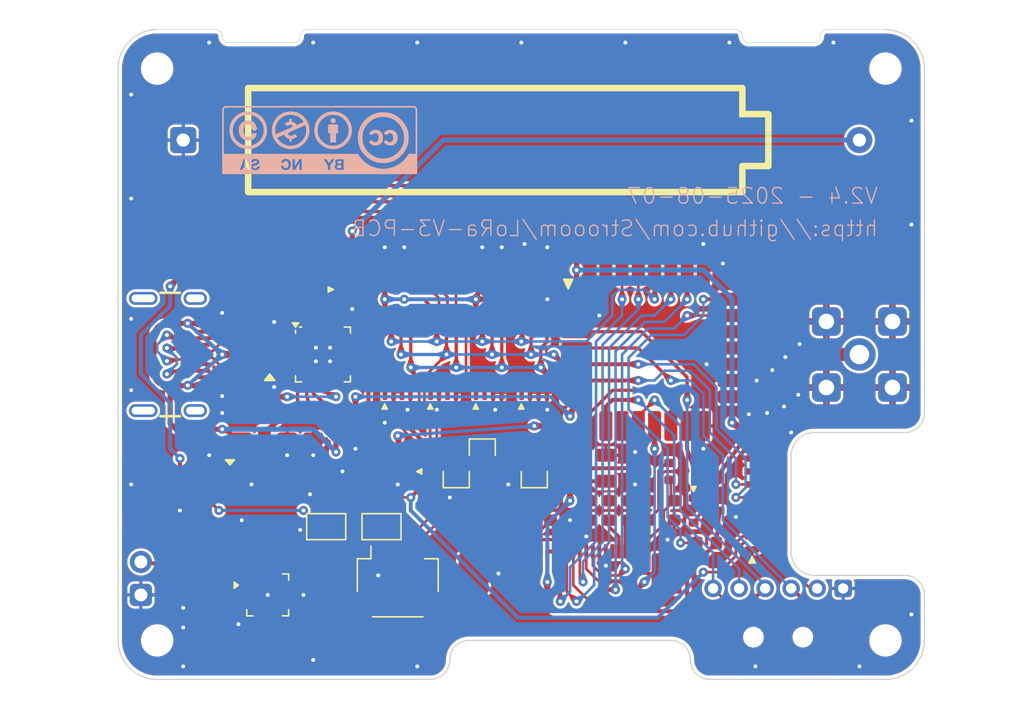
<source format=kicad_pcb>
(kicad_pcb (version 20240108) (generator "pcbnew") (generator_version "8.0")
  (layers (0 "F.Cu" mixed) (31 "B.Cu" mixed) (34 "B.Paste" user) (35 "F.Paste" user) (36 "B.SilkS" user "B.Silkscreen") (37 "F.SilkS" user "F.Silkscreen") (38 "B.Mask" user) (39 "F.Mask" user) (44 "Edge.Cuts" user))
  (property "githubUrl" "https://github.com/Strooom/LoRa-V3-PCB")
  (property "majorVersion" "2")
  (property "minorVersion" "4")
  (property "releaseDate" "Thu Aug 07 12:12:15 2025")
  (property "releaseDateShort" "2025-08-07")
  (net 0 "")
  (net 1 "GND")
  (net 2 "I2C2-SDA")
  (net 3 "I2C2-SCL")
  (net 4 "SWDIO")
  (net 5 "SWCLK")
  (net 6 "SWO")
  (net 7 "PREVGH")
  (net 8 "Net-(D2-A)")
  (net 9 "Net-(D1-K)")
  (net 10 "PREVGL")
  (net 11 "CHG-OUT")
  (net 12 "GATE-DRIVE")
  (net 13 "CURRENT-SENSE")
  (net 14 "+3.3V")
  (net 15 "+5V")
  (net 16 "3V")
  (net 17 "VSH")
  (net 18 "VSL")
  (net 19 "VCOM")
  (net 20 "VGL")
  (net 21 "VGH")
  (net 22 "VBUS")
  (net 23 "RST")
  (net 27 "UART1-TX")
  (net 28 "UART2-RX")
  (net 29 "UART2-TX")
  (net 30 "DISPLAY-BUSY")
  (net 31 "SPI2-SCK")
  (net 32 "DISPLAY-D{slash}C")
  (net 33 "SPI2-MOSI")
  (net 35 "D+")
  (net 36 "D-")
  (net 37 "VDD")
  (net 39 "VDD-Display-Charge")
  (net 49 "Net-(CONN1-CC1)")
  (net 51 "Net-(CONN1-CC2)")
  (net 57 "VDD-SENSORS-EEPROM")
  (net 58 "~{Enable-3.3V-Switched-1}")
  (net 59 "VDD-Display")
  (net 60 "Solar+")
  (net 61 "RF")
  (net 67 "Net-(IC4-VREF_SAMP)")
  (net 68 "~{MCU-RESET}")
  (net 69 "~{DISPLAY-RESET}")
  (net 70 "~{DISPLAY-CS}")
  (net 71 "~{WRITE-PROTECT}")
  (net 72 "D+CONN")
  (net 73 "D-CONN")
  (net 78 "Net-(IC4-VSTOR)")
  (net 79 "Net-(IC4-LBST)")
  (net 80 "Net-(IC4-VOC_SAMP)")
  (net 81 "Net-(IC4-VBAT_UV)")
  (net 82 "Net-(IC4-VRDIV)")
  (net 83 "Net-(IC4-VBAT_OV)")
  (net 85 "VBAT")
  (net 88 "~{Enable-3.3V-Switched-0}")
  (net 92 "Net-(IC12-PROG)")
  (footprint "1projectLibrary:BR24G1M-TSSOP-B8" (layer "F.Cu") (at 142.5 97 90)
    (property "Reference" "IC9" (hide yes))
    (property "Value" "BR24G1MFVT-5AE2")
  )
  (footprint "1projectLibrary:SolderJumper-2_P1.3mm_Bridged2Bar_Pad1.0x1.5mm" (layer "F.Cu") (at 130 110.25)
    (property "Reference" "JP1" (hide yes))
    (property "Value" "NA" (hide yes))
  )
  (footprint "1projectLibrary:Wurth-4343X10458XX" (layer "F.Cu") (at 115.75 107 90)
    (property "Reference" "SW1" (hide yes))
    (property "Value" "434331045822")
  )
  (footprint "1projectLibrary:C_0805" (layer "F.Cu") (at 144 104.75 90)
    (property "Reference" "C15" (hide yes))
    (property "Value" "4.7uF")
  )
  (footprint "1projectLibrary:R_0603_nominal" (layer "F.Cu") (at 121 116.5)
    (property "Reference" "R19" (hide yes))
    (property "Value" "8M45")
  )
  (footprint "1projectLibrary:C_0805" (layer "F.Cu") (at 132.75 107 90)
    (property "Reference" "C25" (hide yes))
    (property "Value" "10uF")
  )
  (footprint "1projectLibrary:C_0603_nominal" (layer "F.Cu") (at 121 118 180)
    (property "Reference" "C9" (hide yes))
    (property "Value" "100nF" (hide yes))
  )
  (footprint "1projectLibrary:R_0603_nominal" (layer "F.Cu") (at 139 90.75 -90)
    (property "Reference" "R10" (hide yes))
    (property "Value" "5K1")
  )
  (footprint "1projectLibrary:SI2367DS-SOT-23" (layer "F.Cu") (at 132 91)
    (property "Reference" "Q4" (hide yes))
    (property "Value" "Si2367DS")
  )
  (footprint "1projectLibrary:R_0603_nominal" (layer "F.Cu") (at 126.25 119.75 90)
    (property "Reference" "R14" (hide yes))
    (property "Value" "4M75")
  )
  (footprint "1projectLibrary:SI2367DS-SOT-23" (layer "F.Cu") (at 135.5 107 180)
    (property "Reference" "Q3" (hide yes))
    (property "Value" "Si2367DS")
  )
  (footprint "1projectLibrary:R_0603_nominal" (layer "F.Cu") (at 127.5 107 90)
    (property "Reference" "R5" (hide yes))
    (property "Value" "5K1")
  )
  (footprint "1projectLibrary:C_0603_nominal" (layer "F.Cu") (at 145.75 109 -90)
    (property "Reference" "C32" (hide yes))
    (property "Value" "1uF" (hide yes))
  )
  (footprint "1projectLibrary:C_0603_nominal" (layer "F.Cu") (at 147.25 109 -90)
    (property "Reference" "C35" (hide yes))
    (property "Value" "1uF" (hide yes))
  )
  (footprint "1projectLibrary:R_0603_nominal" (layer "F.Cu") (at 130.75 102.25 90)
    (property "Reference" "R13" (hide yes))
    (property "Value" "22K1")
  )
  (footprint "1projectLibrary:C_0805" (layer "F.Cu") (at 127 102.5 -90)
    (property "Reference" "C14" (hide yes))
    (property "Value" "4.7uF")
  )
  (footprint "1projectLibrary:R_0603_nominal" (layer "F.Cu") (at 124 94.5 180)
    (property "Reference" "R7" (hide yes))
    (property "Value" "5K1")
  )
  (footprint "1projectLibrary:L_TDK_VLS3010CX" (layer "F.Cu") (at 148.75 105.75 -90)
    (property "Reference" "L1" (hide yes))
    (property "Value" "47uH")
  )
  (footprint "1projectLibrary:C_0603_nominal" (layer "F.Cu") (at 136 90.75 90)
    (property "Reference" "C6" (hide yes))
    (property "Value" "100nF" (hide yes))
  )
  (footprint "1projectLibrary:R_0603_nominal" (layer "F.Cu") (at 121 115)
    (property "Reference" "R2" (hide yes))
    (property "Value" "1M69")
  )
  (footprint "1projectLibrary:BR24G1M-TSSOP-B8" (layer "F.Cu") (at 135.5 97 90)
    (property "Reference" "IC11" (hide yes))
    (property "Value" "BR24G1MFVT-5AE2")
  )
  (footprint "Fiducial:Fiducial_0.5mm_Mask1mm" (layer "F.Cu") (at 117 90.5)
    (property "Reference" "F2" (hide yes))
    (property "Value" "NA")
  )
  (footprint "1projectLibrary:VQFN-16-1EP_3x3mm_P0.5mm_EP1.6x1.6mm_ThermalVias" (layer "F.Cu") (at 125.5 115.5)
    (property "Reference" "IC4" (hide yes))
    (property "Value" "BQ25504RGTR")
  )
  (footprint "1projectLibrary:SOT-23-6L-USBLC6-2" (layer "F.Cu") (at 124.5 97 180)
    (property "Reference" "IC3" (hide yes))
    (property "Value" "USBLC6-2SC6")
  )
  (footprint "1projectLibrary:C_0603_nominal" (layer "F.Cu") (at 151.75 109 -90)
    (property "Reference" "C31" (hide yes))
    (property "Value" "1uF" (hide yes))
  )
  (footprint "1projectLibrary:DFN10_MCP73123" (layer "F.Cu") (at 124.25 107 -90)
    (property "Reference" "IC12" (hide yes))
    (property "Value" "MCP73123T-22SI/MF" (hide yes))
  )
  (footprint "1projectLibrary:R_0603_nominal" (layer "F.Cu") (at 123.25 119.75 -90)
    (property "Reference" "R21" (hide yes))
    (property "Value" "5M36")
  )
  (footprint "1projectLibrary:SOT-323_PJC7400" (layer "F.Cu") (at 155.5 106 180)
    (property "Reference" "Q1" (hide yes))
    (property "Value" "PJC7400_R1_00001")
  )
  (footprint "1projectLibrary:R_0603_nominal" (layer "F.Cu") (at 125.25 102.25 90)
    (property "Reference" "R3" (hide yes))
    (property "Value" "1K")
  )
  (footprint "1projectLibrary:MSS1P3" (layer "F.Cu") (at 140 104.75 90)
    (property "Reference" "D3" (hide yes))
    (property "Value" "MSS1P3HM3_A/H")
  )
  (footprint "1projectLibrary:L_TDK_VLS3010CX" (layer "F.Cu") (at 121 112.5 90)
    (property "Reference" "L2" (hide yes))
    (property "Value" "22 uH")
  )
  (footprint "1projectLibrary:C_0805" (layer "F.Cu") (at 145.25 90.75 90)
    (property "Reference" "C26" (hide yes))
    (property "Value" "10uF")
  )
  (footprint "1projectLibrary:MountingHole_2mm" (layer "F.Cu") (at 117 119)
    (property "Reference" "H3" (hide yes))
    (property "Value" "NA")
  )
  (footprint "1projectLibrary:BR24G1M-TSSOP-B8" (layer "F.Cu") (at 139 97 90)
    (property "Reference" "IC10" (hide yes))
    (property "Value" "BR24G1MFVT-5AE2")
  )
  (footprint "1projectLibrary:MountingHole_2mm_noCourtyard" (layer "F.Cu") (at 173 75)
    (property "Reference" "H2" (hide yes))
    (property "Value" "NA")
  )
  (footprint "1projectLibrary:BR24G1M-TSSOP-B8" (layer "F.Cu") (at 146 97 90)
    (property "Reference" "IC8" (hide yes))
    (property "Value" "BR24G1MFVT-5AE2")
  )
  (footprint "1projectLibrary:R_0603_nominal" (layer "F.Cu") (at 159.25 111.5 180)
    (property "Reference" "R23" (hide yes))
    (property "Value" "330")
  )
  (footprint "1projectLibrary:C_0603_nominal" (layer "F.Cu") (at 118.75 107 -90)
    (property "Reference" "C2" (hide yes))
    (property "Value" "100nF" (hide yes))
  )
  (footprint "1projectLibrary:C_0603_nominal" (layer "F.Cu") (at 126.75 111.25 90)
    (property "Reference" "C10" (hide yes))
    (property "Value" "100nF" (hide yes))
  )
  (footprint "1projectLibrary:BAT_2460" (layer "F.Cu") (at 145 80.5)
    (property "Reference" "CONN2" (hide yes))
    (property "Value" "AA Batteryholder for LiFePO4 battery" (hide yes))
  )
  (footprint "1projectLibrary:Debug_PinHeader_1x06_P2.00mm_Vertical" (layer "F.Cu") (at 164.75 115 180)
    (property "Reference" "CONN8" (hide yes))
    (property "Value" "NA")
  )
  (footprint "1projectLibrary:C_0603_nominal" (layer "F.Cu") (at 144 109 -90)
    (property "Reference" "C36" (hide yes))
    (property "Value" "1uF" (hide yes))
  )
  (footprint "Fiducial:Fiducial_0.5mm_Mask1mm" (layer "F.Cu") (at 135.5 119)
    (property "Reference" "F1" (hide yes))
    (property "Value" "NA")
  )
  (footprint "1projectLibrary:QFN24-CP2102N" (layer "F.Cu") (at 129.75 97)
    (property "Reference" "IC2" (hide yes))
    (property "Value" "CP2102N-Axx-xQFN24")
  )
  (footprint "1projectLibrary:SLLB510100" (layer "F.Cu") (at 164.75 117.75 180)
    (property "Reference" "SW2" (hide yes))
    (property "Value" "SLLB510100")
  )
  (footprint "1projectLibrary:R_0603_nominal" (layer "F.Cu") (at 124.75 119.75 -90)
    (property "Reference" "R20" (hide yes))
    (property "Value" "4M75")
  )
  (footprint "1projectLibrary:SI2367DS-SOT-23" (layer "F.Cu") (at 159.25 109 -90)
    (property "Reference" "Q2" (hide yes))
    (property "Value" "Si2367DS")
  )
  (footprint "1projectLibrary:Molex 73391-0080" (layer "F.Cu") (at 171 97 180)
    (property "Reference" "CONN5" (hide yes))
    (property "Value" "73391-0080" (hide yes))
  )
  (footprint "1projectLibrary:MSS1P3" (layer "F.Cu") (at 146 104.75 90)
    (property "Reference" "D2" (hide yes))
    (property "Value" "MSS1P3HM3_A/H")
  )
  (footprint "1projectLibrary:C_0805" (layer "F.Cu") (at 163.5 103)
    (property "Reference" "C27" (hide yes))
    (property "Value" "10uF")
  )
  (footprint "1projectLibrary:JST_SH_SM04B-SRSS-TB_1x04-1MP_P1.00mm_Horizontal" (layer "F.Cu") (at 135.5 114.5)
    (property "Reference" "CONN3" (hide yes))
    (property "Value" "SM04B-SRSS-TB(LF)(DN)(P)")
  )
  (footprint "1projectLibrary:C_0603_nominal" (layer "F.Cu") (at 147 90.75 90)
    (property "Reference" "C1" (hide yes))
    (property "Value" "100nF" (hide yes))
  )
  (footprint "1projectLibrary:C_0603_nominal" (layer "F.Cu") (at 150.25 109 -90)
    (property "Reference" "C34" (hide yes))
    (property "Value" "1uF" (hide yes))
  )
  (footprint "1projectLibrary:C_0603_nominal" (layer "F.Cu") (at 142.25 109 -90)
    (property "Reference" "C33" (hide yes))
    (property "Value" "1uF" (hide yes))
  )
  (footprint "1projectLibrary:MountingHole_2mm_noCourtyard" (layer "F.Cu") (at 117 75)
    (property "Reference" "H1" (hide yes))
    (property "Value" "NA")
  )
  (footprint "1projectLibrary:R_0603_nominal" (layer "F.Cu") (at 140.5 90.75 -90)
    (property "Reference" "R9" (hide yes))
    (property "Value" "5K1")
  )
  (footprint "1projectLibrary:C_0603_nominal" (layer "F.Cu") (at 143.5 90.75 90)
    (property "Reference" "C8" (hide yes))
    (property "Value" "100nF" (hide yes))
  )
  (footprint "1projectLibrary:C_0805" (layer "F.Cu") (at 129 102.5 -90)
    (property "Reference" "C13" (hide yes))
    (property "Value" "4.7uF")
  )
  (footprint "1projectLibrary:C_0805" (layer "F.Cu") (at 123.5 102.5 90)
    (property "Reference" "C11" (hide yes))
    (property "Value" "4.7uF")
  )
  (footprint "1projectLibrary:C_0603_nominal" (layer "F.Cu") (at 140.75 109 -90)
    (property "Reference" "C37" (hide yes))
    (property "Value" "1uF" (hide yes))
  )
  (footprint "1projectLibrary:MountingHole_2mm" (layer "F.Cu") (at 173 119)
    (property "Reference" "H4" (hide yes))
    (property "Value" "NA")
  )
  (footprint "1projectLibrary:R_0603_nominal" (layer "F.Cu") (at 135.5 104.5 180)
    (property "Reference" "R18" (hide yes))
    (property "Value" "330K")
  )
  (footprint "1projectLibrary:R_0603_nominal" (layer "F.Cu") (at 124 99.5 180)
    (property "Reference" "R6" (hide yes))
    (property "Value" "5K1")
  )
  (footprint "1projectLibrary:TE_2-1734839-4_1x24-1MP_P0.5mm_Horizontal" (layer "F.Cu") (at 148.75 113.5)
    (property "Reference" "CONN6" (hide yes))
    (property "Value" "2-1734839-4" (hide yes))
  )
  (footprint "1projectLibrary:PinHeader_1x02_P2.54mm_Vertical" (layer "F.Cu") (at 115.75 114.25 180)
    (property "Reference" "CONN4" (hide yes))
    (property "Value" "NA")
  )
  (footprint "1projectLibrary:MSS1P3" (layer "F.Cu") (at 142 106 -90)
    (property "Reference" "D1" (hide yes))
    (property "Value" "MSS1P3HM3_A/H")
  )
  (footprint "1projectLibrary:C_0805" (layer "F.Cu") (at 151.5 105.75 90)
    (property "Reference" "C18" (hide yes))
    (property "Value" "4.7uF")
  )
  (footprint "1projectLibrary:C_0603_nominal" (layer "F.Cu") (at 142 90.75 90)
    (property "Reference" "C5" (hide yes))
    (property "Value" "100nF" (hide yes))
  )
  (footprint "1projectLibrary:Molex-2171790001" (layer "F.Cu") (at 115.75 97 -90)
    (property "Reference" "CONN1" (hide yes))
    (property "Value" "217179-0001")
  )
  (footprint "1projectLibrary:R_0603_nominal" (layer "F.Cu") (at 137.5 90.75 -90)
    (property "Reference" "R8" (hide yes))
    (property "Value" "5K1")
  )
  (footprint "1projectLibrary:R_0603_nominal" (layer "F.Cu") (at 127.75 119.75 90)
    (property "Reference" "R11" (hide yes))
    (property "Value" "5M36")
  )
  (footprint "1projectLibrary:GCT_BC075-08-A-L-A" (layer "F.Cu") (at 162.75 108.5 90)
    (property "Reference" "CONN7" (hide yes))
    (property "Value" "Sensors")
  )
  (footprint "1projectLibrary:C_0603_nominal" (layer "F.Cu") (at 153.25 109 -90)
    (property "Reference" "C30" (hide yes))
    (property "Value" "1uF" (hide yes))
  )
  (footprint "1projectLibrary:C_0603_nominal" (layer "F.Cu") (at 134.5 90.75 90)
    (property "Reference" "C7" (hide yes))
    (property "Value" "100nF" (hide yes))
  )
  (footprint "1projectLibrary:C_0805" (layer "F.Cu") (at 118.25 114.25 -90)
    (property "Reference" "C17" (hide yes))
    (property "Value" "4.7uF")
  )
  (footprint "Fiducial:Fiducial_0.5mm_Mask1mm" (layer "F.Cu") (at 173 90.5)
    (property "Reference" "F3" (hide yes))
    (property "Value" "NA")
  )
  (footprint "1projectLibrary:LoRa-E5" (layer "F.Cu") (at 155.25 96.5)
    (property "Reference" "IC1" (hide yes))
    (property "Value" "SeeedStudio Wio-E5-LE-HF")
  )
  (footprint "1projectLibrary:C_0805" (layer "F.Cu") (at 125 111.25 90)
    (property "Reference" "C16" (hide yes))
    (property "Value" "4.7uF")
  )
  (footprint "1projectLibrary:R_0603_nominal" (layer "F.Cu") (at 159.25 106.5)
    (property "Reference" "R17" (hide yes))
    (property "Value" "330K")
  )
  (footprint "1projectLibrary:R_0603_nominal" (layer "F.Cu") (at 154.75 109 90)
    (property "Reference" "R1" (hide yes))
    (property "Value" "ERJ-3RQJ2R2V")
  )
  (footprint "1projectLibrary:SolderJumper-2_P1.3mm_Open_TrianglePad1.0x1.5mm" (layer "F.Cu") (at 134.25 110.25 180)
    (property "Reference" "JP2" (hide yes))
    (property "Value" "NA" (hide yes))
  )
  (footprint "1projectLibrary:C_0805" (layer "F.Cu") (at 120.75 107 90)
    (property "Reference" "C12" (hide yes))
    (property "Value" "4.7uF")
  )
  (footprint "1projectLibrary:R_0603_nominal" (layer "F.Cu") (at 132.25 102.25 -90)
    (property "Reference" "R15" (hide yes))
    (property "Value" "47K5")
  )
  (footprint "1projectLibrary:R_0603_nominal" (layer "F.Cu") (at 156.75 109 90)
    (property "Reference" "R12" (hide yes))
    (property "Value" "10K")
  )
  (footprint "1projectLibrary:CreativeCommonsLogo" (layer "B.Cu") (at 129.5 80.5 180)
    (property "Reference" "G01" (hide yes))
    (property "Value" "CC-LOGO" (hide yes))
  )
  (gr_arc (start 162.5 73) (mid 162.146447 72.853553) (end 162 72.5) (stroke (width 0.05)) (layer "Edge.Cuts"))
  (gr_line (start 114 75) (end 114 119) (stroke (width 0.1)) (layer "Edge.Cuts"))
  (gr_line (start 167.55 114) (end 174.5 114) (stroke (width 0.1)) (layer "Edge.Cuts"))
  (gr_line (start 128.5 72) (end 161.5 72) (stroke (width 0.05)) (layer "Edge.Cuts"))
  (gr_arc (start 176 119) (mid 175.12132 121.12132) (end 173 122) (stroke (width 0.1)) (layer "Edge.Cuts"))
  (gr_arc (start 161.5 72) (mid 161.853553 72.146447) (end 162 72.5) (stroke (width 0.05)) (layer "Edge.Cuts"))
  (gr_arc (start 122.5 73) (mid 122.146447 72.853553) (end 122 72.5) (stroke (width 0.05)) (layer "Edge.Cuts"))
  (gr_arc (start 128 72.5) (mid 128.146447 72.146447) (end 128.5 72) (stroke (width 0.05)) (layer "Edge.Cuts"))
  (gr_line (start 176 115.5) (end 176 119) (stroke (width 0.1)) (layer "Edge.Cuts"))
  (gr_line (start 167.5 73) (end 162.5 73) (stroke (width 0.05)) (layer "Edge.Cuts"))
  (gr_arc (start 165.75 104.8) (mid 166.277208 103.527208) (end 167.55 103) (stroke (width 0.1)) (layer "Edge.Cuts"))
  (gr_arc (start 139.5 120.5) (mid 139.06066 121.56066) (end 138 122) (stroke (width 0.1)) (layer "Edge.Cuts"))
  (gr_arc (start 139.5 120.5) (mid 139.93934 119.43934) (end 141 119) (stroke (width 0.1)) (layer "Edge.Cuts"))
  (gr_line (start 122.5 73) (end 127.5 73) (stroke (width 0.05)) (layer "Edge.Cuts"))
  (gr_arc (start 121.5 72) (mid 121.853553 72.146447) (end 122 72.5) (stroke (width 0.05)) (layer "Edge.Cuts"))
  (gr_arc (start 176 101.5) (mid 175.56066 102.56066) (end 174.5 103) (stroke (width 0.1)) (layer "Edge.Cuts"))
  (gr_arc (start 117 122) (mid 114.87868 121.12132) (end 114 119) (stroke (width 0.1)) (layer "Edge.Cuts"))
  (gr_arc (start 128 72.5) (mid 127.853553 72.853553) (end 127.5 73) (stroke (width 0.05)) (layer "Edge.Cuts"))
  (gr_arc (start 156.5 119) (mid 157.56066 119.43934) (end 158 120.5) (stroke (width 0.1)) (layer "Edge.Cuts"))
  (gr_line (start 174.5 103) (end 167.55 103) (stroke (width 0.1)) (layer "Edge.Cuts"))
  (gr_line (start 159.5 122) (end 173 122) (stroke (width 0.1)) (layer "Edge.Cuts"))
  (gr_arc (start 167.55 114) (mid 166.277208 113.472792) (end 165.75 112.2) (stroke (width 0.1)) (layer "Edge.Cuts"))
  (gr_line (start 165.75 104.8) (end 165.75 112.2) (stroke (width 0.1)) (layer "Edge.Cuts"))
  (gr_arc (start 173 72) (mid 175.12132 72.87868) (end 176 75) (stroke (width 0.1)) (layer "Edge.Cuts"))
  (gr_line (start 156.5 119) (end 141 119) (stroke (width 0.1)) (layer "Edge.Cuts"))
  (gr_line (start 117 72) (end 121.5 72) (stroke (width 0.05)) (layer "Edge.Cuts"))
  (gr_line (start 176 75) (end 176 101.5) (stroke (width 0.1)) (layer "Edge.Cuts"))
  (gr_arc (start 168 72.5) (mid 167.853553 72.853553) (end 167.5 73) (stroke (width 0.05)) (layer "Edge.Cuts"))
  (gr_arc (start 114 75) (mid 114.87868 72.87868) (end 117 72) (stroke (width 0.1)) (layer "Edge.Cuts"))
  (gr_arc (start 174.5 114) (mid 175.56066 114.43934) (end 176 115.5) (stroke (width 0.1)) (layer "Edge.Cuts"))
  (gr_arc (start 159.5 122) (mid 158.43934 121.56066) (end 158 120.5) (stroke (width 0.1)) (layer "Edge.Cuts"))
  (gr_line (start 168.5 72) (end 173 72) (stroke (width 0.05)) (layer "Edge.Cuts"))
  (gr_arc (start 168 72.5) (mid 168.146447 72.146447) (end 168.5 72) (stroke (width 0.05)) (layer "Edge.Cuts"))
  (gr_line (start 117 122) (end 138 122) (stroke (width 0.1)) (layer "Edge.Cuts"))
  (gr_text "V${majorVersion}.${minorVersion} - ${releaseDateShort}" (at 172.5 85.5 0) (layer "B.SilkS") (effects (font (size 1.2 1.2) (thickness 0.1)) (justify left bottom mirror)))
  (gr_text "${githubUrl}" (at 172.5 88 0) (layer "B.SilkS") (effects (font (size 1.2 1.2) (thickness 0.1)) (justify left bottom mirror)))
  (segment (start 129 96.25) (end 127.8 96.25) (width 0.2) (layer "F.Cu") (net 1))
  (segment (start 125.25 110.5) (end 126.75 110.5) (width 0.2) (layer "F.Cu") (net 1))
  (segment (start 125 110.25) (end 125.25 110.5) (width 0.2) (layer "F.Cu") (net 1))
  (via (at 137 121) (size 0.7) (drill 0.3) (layers "F.Cu" "B.Cu") (net 1))
  (via (at 165.2 101) (size 0.7) (drill 0.3) (layers "F.Cu" "B.Cu") (net 1))
  (via (at 139.5 108) (size 0.7) (drill 0.3) (layers "F.Cu" "B.Cu") (net 1))
  (via (at 115 107) (size 0.7) (drill 0.3) (layers "F.Cu" "B.Cu") (net 1))
  (via (at 128.25 115.5) (size 0.7) (drill 0.3) (layers "F.Cu" "B.Cu") (net 1))
  (via (at 115 85) (size 0.7) (drill 0.3) (layers "F.Cu" "B.Cu") (net 1))
  (via (at 153.75 107) (size 0.7) (drill 0.3) (layers "F.Cu" "B.Cu") (net 1))
  (via (at 121 104.75) (size 0.7) (drill 0.3) (layers "F.Cu" "B.Cu") (net 1))
  (via (at 165.75 103) (size 0.7) (drill 0.3) (layers "F.Cu" "B.Cu") (net 1))
  (via (at 150 111) (size 0.7) (drill 0.3) (layers "F.Cu" "B.Cu") (net 1))
  (via (at 130.3 97.525) (size 0.7) (drill 0.3) (layers "F.Cu" "B.Cu") (net 1))
  (via (at 119 121) (size 0.7) (drill 0.3) (layers "F.Cu" "B.Cu") (net 1))
  (via (at 162.5 101.6) (size 0.7) (drill 0.3) (layers "F.Cu" "B.Cu") (net 1))
  (via (at 132.25 104.25) (size 0.7) (drill 0.3) (layers "F.Cu" "B.Cu") (net 1))
  (via (at 129 73) (size 0.7) (drill 0.3) (layers "F.Cu" "B.Cu") (net 1))
  (via (at 161 73) (size 0.7) (drill 0.3) (layers "F.Cu" "B.Cu") (net 1))
  (via (at 134.5 102.25) (size 0.7) (drill 0.3) (layers "F.Cu" "B.Cu") (net 1))
  (via (at 126 99.5) (size 0.7) (drill 0.3) (layers "F.Cu" "B.Cu") (net 1))
  (via (at 148.75 109.75) (size 0.7) (drill 0.3) (layers "F.Cu" "B.Cu") (net 1))
  (via (at 143.5 88.75) (size 0.7) (drill 0.3) (layers "F.Cu" "B.Cu") (net 1))
  (via (at 137 73) (size 0.7) (drill 0.3) (layers "F.Cu" "B.Cu") (net 1))
  (via (at 159 88.5) (size 0.7) (drill 0.3) (layers "F.Cu" "B.Cu") (net 1))
  (via (at 128.75 107.75) (size 0.7) (drill 0.3) (layers "F.Cu" "B.Cu") (net 1))
  (via (at 134 114) (size 0.7) (drill 0.3) (layers "F.Cu" "B.Cu") (net 1))
  (via (at 118.75 109) (size 0.7) (drill 0.3) (layers "F.Cu" "B.Cu") (net 1))
  (via (at 143 101.25) (size 0.7) (drill 0.3) (layers "F.Cu" "B.Cu") (net 1))
  (via (at 160.5 90) (size 0.7) (drill 0.3) (layers "F.Cu" "B.Cu") (net 1))
  (via (at 127 104.75) (size 0.7) (drill 0.3) (layers "F.Cu" "B.Cu") (net 1))
  (via (at 129.2 97.525) (size 0.7) (drill 0.3) (layers "F.Cu" "B.Cu") (net 1))
  (via (at 119 116.5) (size 0.7) (drill 0.3) (layers "F.Cu" "B.Cu") (net 1))
  (via (at 175 117) (size 0.7) (drill 0.3) (layers "F.Cu" "B.Cu") (net 1))
  (via (at 169 73) (size 0.7) (drill 0.3) (layers "F.Cu" "B.Cu") (net 1))
  (via (at 123.5 109.75) (size 0.7) (drill 0.3) (layers "F.Cu" "B.Cu") (net 1))
  (via (at 163.1 99) (size 0.7) (drill 0.3) (layers "F.Cu" "B.Cu") (net 1))
  (via (at 122 93.8) (size 0.7) (drill 0.3) (layers "F.Cu" "B.Cu") (net 1))
  (via (at 136 88.75) (size 0.7) (drill 0.3) (layers "F.Cu" "B.Cu") (net 1))
  (via (at 143.25 113.85) (size 0.7) (drill 0.3) (layers "F.Cu" "B.Cu") (net 1))
  (via (at 128 110.5) (size 0.7) (drill 0.3) (layers "F.Cu" "B.Cu") (net 1))
  (via (at 115 99.75) (size 0.7) (drill 0.3) (layers "F.Cu" "B.Cu") (net 1))
  (via (at 123.25 117.75) (size 0.7) (drill 0.3) (layers "F.Cu" "B.Cu") (net 1))
  (via (at 129 104.75) (size 0.7) (drill 0.3) (layers "F.Cu" "B.Cu") (net 1))
  (via (at 161.5 109.5) (size 0.7) (drill 0.3) (layers "F.Cu" "B.Cu") (net 1))
  (via (at 153 73) (size 0.7) (drill 0.3) (layers "F.Cu" "B.Cu") (net 1))
  (via (at 175 87) (size 0.7) (drill 0.3) (layers "F.Cu" "B.Cu") (net 1))
  (via (at 147 101.25) (size 0.7) (drill 0.3) (layers "F.Cu" "B.Cu") (net 1))
  (via (at 145.25 88.5) (size 0.7) (drill 0.3) (layers "F.Cu" "B.Cu") (net 1))
  (via (at 144 107) (size 0.7) (drill 0.3) (layers "F.Cu" "B.Cu") (net 1))
  (via (at 134.5 88.75) (size 0.7) (drill 0.3) (layers "F.Cu" "B.Cu") (net 1))
  (via (at 156.25 111.25) (size 0.7) (drill 0.3) (layers "F.Cu" "B.Cu") (net 1))
  (via (at 147 88.75) (size 0.7) (drill 0.3) (layers "F.Cu" "B.Cu") (net 1))
  (via (at 136.25 101.25) (size 0.7) (drill 0.3) (layers "F.Cu" "B.Cu") (net 1))
  (via (at 151.5 113.25) (size 0.7) (drill 0.3) (layers "F.Cu" "B.Cu") (net 1))
  (via (at 130.3 96.475) (size 0.7) (drill 0.3) (layers "F.Cu" "B.Cu") (net 1))
  (via (at 163.9 101.5) (size 0.7) (drill 0.3) (layers "F.Cu" "B.Cu") (net 1))
  (via (at 135.5 107) (size 0.7) (drill 0.3) (layers "F.Cu" "B.Cu") (net 1))
  (via (at 126 94.5) (size 0.7) (drill 0.3) (layers "F.Cu" "B.Cu") (net 1))
  (via (at 122 100.2) (size 0.7) (drill 0.3) (layers "F.Cu" "B.Cu") (net 1))
  (via (at 125.5 115.5) (size 0.7) (drill 0.3) (layers "F.Cu" "B.Cu") (net 1))
  (via (at 147 92.75) (size 0.7) (drill 0.3) (layers "F.Cu" "B.Cu") (net 1))
  (via (at 171 121) (size 0.7) (drill 0.3) (layers "F.Cu" "B.Cu") (net 1))
  (via (at 138.5 101.25) (size 0.7) (drill 0.3) (layers "F.Cu" "B.Cu") (net 1))
  (via (at 131.25 106) (size 0.7) (drill 0.3) (layers "F.Cu" "B.Cu") (net 1))
  (via (at 153.75 104.5) (size 0.7) (drill 0.3) (layers "F.Cu" "B.Cu") (net 1))
  (via (at 115 77) (size 0.7) (drill 0.3) (layers "F.Cu" "B.Cu") (net 1))
  (via (at 166.3 100.1) (size 0.7) (drill 0.3) (layers "F.Cu" "B.Cu") (net 1))
  (via (at 132 93.5) (size 0.7) (drill 0.3) (layers "F.Cu" "B.Cu") (net 1))
  (via (at 175 79) (size 0.7) (drill 0.3) (layers "F.Cu" "B.Cu") (net 1))
  (via (at 129 120.5) (size 0.7) (drill 0.3) (layers "F.Cu" "B.Cu") (net 1))
  (via (at 121 73) (size 0.7) (drill 0.3) (layers "F.Cu" "B.Cu") (net 1))
  (via (at 163 121) (size 0.7) (drill 0.3) (layers "F.Cu" "B.Cu") (net 1))
  (via (at 119 118) (size 0.7) (drill 0.3) (layers "F.Cu" "B.Cu") (net 1))
  (via (at 164.3 98.2) (size 0.7) (drill 0.3) (layers "F.Cu" "B.Cu") (net 1))
  (via (at 122 101.5) (size 0.7) (drill 0.3) (layers "F.Cu" "B.Cu") (net 1))
  (via (at 159 104.25) (size 0.7) (drill 0.3) (layers "F.Cu" "B.Cu") (net 1))
  (via (at 166.4 96.2) (size 0.7) (drill 0.3) (layers "F.Cu" "B.Cu") (net 1))
  (via (at 124.25 107) (size 0.7) (drill 0.3) (layers "F.Cu" "B.Cu") (net 1))
  (via (at 142 88.75) (size 0.7) (drill 0.3) (layers "F.Cu" "B.Cu") (net 1))
  (via (at 151 94) (size 0.7) (drill 0.3) (layers "F.Cu" "B.Cu") (net 1))
  (via (at 129.2 96.475) (size 0.7) (drill 0.3) (layers "F.Cu" "B.Cu") (net 1))
  (via (at 145 73) (size 0.7) (drill 0.3) (layers "F.Cu" "B.Cu") (net 1))
  (via (at 115 94.25) (size 0.7) (drill 0.3) (layers "F.Cu" "B.Cu") (net 1))
  (via (at 159.25 97.75) (size 0.7) (drill 0.3) (layers "F.Cu" "B.Cu") (net 1))
  (via (at 165.3 97.2) (size 0.7) (drill 0.3) (layers "F.Cu" "B.Cu") (net 1))
  (segment (start 140 98) (end 140 95.25) (width 0.25) (layer "F.Cu") (net 2))
  (segment (start 139.975 95.225) (end 140 95.25) (width 0.2) (layer "F.Cu") (net 2))
  (segment (start 163.75 107.25) (end 163.5 107) (width 0.2) (layer "F.Cu") (net 2))
  (segment (start 154 99) (end 147.5 99) (width 0.3) (layer "F.Cu") (net 2))
  (segment (start 162.75 110) (end 163.5 110) (width 0.2) (layer "F.Cu") (net 2))
  (segment (start 136.5 98) (end 136.5 98.25) (width 0.2) (layer "F.Cu") (net 2))
  (segment (start 136.475 95.225) (end 136.5 95.25) (width 0.25) (layer "F.Cu") (net 2))
  (segment (start 136.5 98.25) (end 137.15 98.9) (width 0.2) (layer "F.Cu") (net 2))
  (segment (start 162.75 107) (end 161.5 107) (width 0.2) (layer "F.Cu") (net 2))
  (segment (start 163.5 110) (end 163.75 109.75) (width 0.2) (layer "F.Cu") (net 2))
  (segment (start 143.475 94.1) (end 143.475 95.225) (width 0.25) (layer "F.Cu") (net 2))
  (segment (start 136.5 98) (end 136.5 95.25) (width 0.25) (layer "F.Cu") (net 2))
  (segment (start 146.975 96.025) (end 146.5 96.5) (width 0.25) (layer "F.Cu") (net 2))
  (segment (start 139.975 92.025) (end 140.5 91.5) (width 0.2) (layer "F.Cu") (net 2))
  (segment (start 163.5 107) (end 162.75 107) (width 0.2) (layer "F.Cu") (net 2))
  (segment (start 137.15 101.384925) (end 138 102.234925) (width 0.2) (layer "F.Cu") (net 2))
  (segment (start 139.975 94.1) (end 139.975 92.025) (width 0.2) (layer "F.Cu") (net 2))
  (segment (start 137.15 98.9) (end 137.15 101.384925) (width 0.2) (layer "F.Cu") (net 2))
  (segment (start 136.475 94.1) (end 136.475 95.225) (width 0.25) (layer "F.Cu") (net 2))
  (segment (start 138 109.5) (end 136 111.5) (width 0.2) (layer "F.Cu") (net 2))
  (segment (start 146.975 94.1) (end 146.975 96.025) (width 0.25) (layer "F.Cu") (net 2))
  (segment (start 136 111.5) (end 136 112.5) (width 0.2) (layer "F.Cu") (net 2))
  (segment (start 139.975 94.1) (end 139.975 95.225) (width 0.2) (layer "F.Cu") (net 2))
  (segment (start 143.5 98) (end 143.5 95.25) (width 0.25) (layer "F.Cu") (net 2))
  (segment (start 146.5 98) (end 146.5 96.5) (width 0.25) (layer "F.Cu") (net 2))
  (segment (start 163.75 109.75) (end 163.75 107.25) (width 0.2) (layer "F.Cu") (net 2))
  (segment (start 147.5 99) (end 146.5 98) (width 0.3) (layer "F.Cu") (net 2))
  (segment (start 138 102.234925) (end 138 109.5) (width 0.2) (layer "F.Cu") (net 2))
  (segment (start 143.475 95.225) (end 143.5 95.25) (width 0.25) (layer "F.Cu") (net 2))
  (via (at 161.5 107) (size 0.7) (drill 0.3) (layers "F.Cu" "B.Cu") (net 2))
  (via (at 143.5 98) (size 0.7) (drill 0.3) (layers "F.Cu" "B.Cu") (net 2))
  (via (at 140 98) (size 0.7) (drill 0.3) (layers "F.Cu" "B.Cu") (net 2))
  (via (at 146.5 98) (size 0.7) (drill 0.3) (layers "F.Cu" "B.Cu") (net 2))
  (via (at 136.5 98) (size 0.7) (drill 0.3) (layers "F.Cu" "B.Cu") (net 2))
  (via (at 154 99) (size 0.7) (drill 0.3) (layers "F.Cu" "B.Cu") (net 2))
  (segment (start 140 98) (end 143.5 98) (width 0.25) (layer "B.Cu") (net 2))
  (segment (start 161.5 105) (end 159.5 103) (width 0.2) (layer "B.Cu") (net 2))
  (segment (start 136.5 98) (end 140 98) (width 0.25) (layer "B.Cu") (net 2))
  (segment (start 155.25 99) (end 154 99) (width 0.2) (layer "B.Cu") (net 2))
  (segment (start 158 98.25) (end 156 98.25) (width 0.2) (layer "B.Cu") (net 2))
  (segment (start 159.5 103) (end 159.5 99.75) (width 0.2) (layer "B.Cu") (net 2))
  (segment (start 161.5 107) (end 161.5 105) (width 0.2) (layer "B.Cu") (net 2))
  (segment (start 143.5 98) (end 146.5 98) (width 0.25) (layer "B.Cu") (net 2))
  (segment (start 156 98.25) (end 155.25 99) (width 0.2) (layer "B.Cu") (net 2))
  (segment (start 159.5 99.75) (end 158 98.25) (width 0.2) (layer "B.Cu") (net 2))
  (segment (start 135.825 94.1) (end 135.825 95.175) (width 0.25) (layer "F.Cu") (net 3))
  (segment (start 139.325 92.575) (end 139 92.25) (width 0.2) (layer "F.Cu") (net 3))
  (segment (start 137.55 98.7) (end 137.55 101.219239) (width 0.2) (layer "F.Cu") (net 3))
  (segment (start 139 91.5) (end 139 92.25) (width 0.25) (layer "F.Cu") (net 3))
  (segment (start 138.5 110) (end 137 111.5) (width 0.2) (layer "F.Cu") (net 3))
  (segment (start 142.825 95.175) (end 142.75 95.25) (width 0.25) (layer "F.Cu") (net 3))
  (segment (start 162.75 108) (end 161.5 108) (width 0.2) (layer "F.Cu") (net 3))
  (segment (start 135.825 95.175) (end 135.75 95.25) (width 0.25) (layer "F.Cu") (net 3))
  (segment (start 146.325 95.175) (end 145.75 95.75) (width 0.25) (layer "F.Cu") (net 3))
  (segment (start 142.75 97) (end 142.75 95.25) (width 0.25) (layer "F.Cu") (net 3))
  (segment (start 137 111.5) (end 137 112.5) (width 0.2) (layer "F.Cu") (net 3))
  (segment (start 146.325 94.1) (end 146.325 95.175) (width 0.25) (layer "F.Cu") (net 3))
  (segment (start 138.5 102.169239) (end 138.5 110) (width 0.2) (layer "F.Cu") (net 3))
  (segment (start 142.825 94.1) (end 142.825 95.175) (width 0.25) (layer "F.Cu") (net 3))
  (segment (start 139.25 97) (end 139.25 95.25) (width 0.25) (layer "F.Cu") (net 3))
  (segment (start 137.55 101.219239) (end 138.5 102.169239) (width 0.2) (layer "F.Cu") (net 3))
  (segment (start 139.325 95.175) (end 139.25 95.25) (width 0.2) (layer "F.Cu") (net 3))
  (segment (start 145.75 97) (end 145.75 95.75) (width 0.25) (layer "F.Cu") (net 3))
  (segment (start 135.75 97) (end 135.75 95.25) (width 0.25) (layer "F.Cu") (net 3))
  (segment (start 148.25 97.75) (end 154 97.75) (width 0.3) (layer "F.Cu") (net 3))
  (segment (start 162.75 109) (end 162.75 108) (width 0.2) (layer "F.Cu") (net 3))
  (segment (start 139.25 97) (end 137.55 98.7) (width 0.2) (layer "F.Cu") (net 3))
  (segment (start 139.325 94.1) (end 139.325 92.575) (width 0.2) (layer "F.Cu") (net 3))
  (segment (start 147.5 97) (end 148.25 97.75) (width 0.2) (layer "F.Cu") (net 3))
  (segment (start 148.25 97.75) (end 149 97.75) (width 0.2) (layer "F.Cu") (net 3))
  (segment (start 139.325 94.1) (end 139.325 95.175) (width 0.2) (layer "F.Cu") (net 3))
  (via (at 139.25 97) (size 0.7) (drill 0.3) (layers "F.Cu" "B.Cu") (net 3))
  (via (at 142.75 97) (size 0.7) (drill 0.3) (layers "F.Cu" "B.Cu") (net 3))
  (via (at 135.75 97) (size 0.7) (drill 0.3) (layers "F.Cu" "B.Cu") (net 3))
  (via (at 154 97.75) (size 0.7) (drill 0.3) (layers "F.Cu" "B.Cu") (net 3))
  (via (at 161.5 108) (size 0.7) (drill 0.3) (layers "F.Cu" "B.Cu") (net 3))
  (via (at 145.75 97) (size 0.7) (drill 0.3) (layers "F.Cu" "B.Cu") (net 3))
  (via (at 147.5 97) (size 0.7) (drill 0.3) (layers "F.Cu" "B.Cu") (net 3))
  (segment (start 160 99.5) (end 158.25 97.75) (width 0.2) (layer "B.Cu") (net 3))
  (segment (start 158.25 97.75) (end 154 97.75) (width 0.2) (layer "B.Cu") (net 3))
  (segment (start 135.75 97) (end 139.25 97) (width 0.25) (layer "B.Cu") (net 3))
  (segment (start 160 102.75) (end 160 99.5) (width 0.2) (layer "B.Cu") (net 3))
  (segment (start 161.5 108) (end 162.25 107.25) (width 0.2) (layer "B.Cu") (net 3))
  (segment (start 147.5 97) (end 145.75 97) (width 0.2) (layer "B.Cu") (net 3))
  (segment (start 162.25 107.25) (end 162.25 105) (width 0.2) (layer "B.Cu") (net 3))
  (segment (start 142.75 97) (end 139.25 97) (width 0.2) (layer "B.Cu") (net 3))
  (segment (start 162.25 105) (end 160 102.75) (width 0.2) (layer "B.Cu") (net 3))
  (segment (start 145.75 97) (end 142.75 97) (width 0.2) (layer "B.Cu") (net 3))
  (segment (start 154.25 95.25) (end 149.25 95.25) (width 0.25) (layer "F.Cu") (net 4))
  (segment (start 163.75 115) (end 161.75 116.8) (width 0.3) (layer "F.Cu") (net 4))
  (segment (start 157.75 98.75) (end 154.25 95.25) (width 0.25) (layer "F.Cu") (net 4))
  (segment (start 157.75 100.5) (end 157.75 98.75) (width 0.25) (layer "F.Cu") (net 4))
  (via (at 157.75 100.5) (size 0.7) (drill 0.3) (layers "F.Cu" "B.Cu") (net 4))
  (segment (start 163.75 114.75) (end 163.75 115) (width 0.2) (layer "B.Cu") (net 4))
  (segment (start 157.75 100.5) (end 157.75 108.75) (width 0.2) (layer "B.Cu") (net 4))
  (segment (start 157.75 108.75) (end 163.75 114.75) (width 0.2) (layer "B.Cu") (net 4))
  (segment (start 154 96.5) (end 149.25 96.5) (width 0.25) (layer "F.Cu") (net 5))
  (segment (start 156.5 99) (end 154 96.5) (width 0.25) (layer "F.Cu") (net 5))
  (segment (start 165.75 115) (end 167.75 116.8) (width 0.3) (layer "F.Cu") (net 5))
  (via (at 156.5 99) (size 0.7) (drill 0.3) (layers "F.Cu" "B.Cu") (net 5))
  (segment (start 158 99) (end 159 100) (width 0.2) (layer "B.Cu") (net 5))
  (segment (start 156.5 99) (end 158 99) (width 0.2) (layer "B.Cu") (net 5))
  (segment (start 160.5 109.75) (end 165.75 115) (width 0.2) (layer "B.Cu") (net 5))
  (segment (start 159 103.25) (end 160.5 104.75) (width 0.2) (layer "B.Cu") (net 5))
  (segment (start 160.5 104.75) (end 160.5 109.75) (width 0.2) (layer "B.Cu") (net 5))
  (segment (start 159 100) (end 159 103.25) (width 0.2) (layer "B.Cu") (net 5))
  (segment (start 161.1 117.8) (end 160.9 117.6) (width 0.2) (layer "F.Cu") (net 6))
  (segment (start 151.5 101) (end 151.5 102.5) (width 0.3) (layer "F.Cu") (net 6))
  (segment (start 160.9 116.15) (end 159.75 115) (width 0.2) (layer "F.Cu") (net 6))
  (segment (start 154 100.5) (end 152 100.5) (width 0.3) (layer "F.Cu") (net 6))
  (segment (start 160.9 117.6) (end 160.9 116.15) (width 0.2) (layer "F.Cu") (net 6))
  (segment (start 163.75 116.8) (end 162.75 117.8) (width 0.2) (layer "F.Cu") (net 6))
  (segment (start 152 100.5) (end 151.5 101) (width 0.3) (layer "F.Cu") (net 6))
  (segment (start 162.75 117.8) (end 161.1 117.8) (width 0.2) (layer "F.Cu") (net 6))
  (via (at 154 100.5) (size 0.7) (drill 0.3) (layers "F.Cu" "B.Cu") (net 6))
  (segment (start 159.75 112.25) (end 159.75 115) (width 0.2) (layer "B.Cu") (net 6))
  (segment (start 154 100.5) (end 156.75 103.25) (width 0.2) (layer "B.Cu") (net 6))
  (segment (start 156.75 109.25) (end 159.75 112.25) (width 0.2) (layer "B.Cu") (net 6))
  (segment (start 156.75 103.25) (end 156.75 109.25) (width 0.2) (layer "B.Cu") (net 6))
  (segment (start 144.5 112.15) (end 144.5 111) (width 0.25) (layer "F.Cu") (net 7))
  (segment (start 144.875 107.125) (end 146 106) (width 0.2) (layer "F.Cu") (net 7))
  (segment (start 144.875 108.875) (end 144.875 107.125) (width 0.2) (layer "F.Cu") (net 7))
  (segment (start 144.5 111) (end 145.75 109.75) (width 0.25) (layer "F.Cu") (net 7))
  (segment (start 145.75 109.75) (end 144.875 108.875) (width 0.2) (layer "F.Cu") (net 7))
  (segment (start 146 104.1) (end 146.05 104.1) (width 0.3) (layer "F.Cu") (net 8))
  (segment (start 146 104.1) (end 146.15 104.25) (width 0.3) (layer "F.Cu") (net 8))
  (segment (start 145.975 104.125) (end 146 104.1) (width 0.3) (layer "F.Cu") (net 8))
  (segment (start 144 103.75) (end 145.975 104.125) (width 0.3) (layer "F.Cu") (net 8))
  (segment (start 153.75 106) (end 154.575 106) (width 0.3) (layer "F.Cu") (net 8))
  (segment (start 149.75 105.75) (end 153.5 105.75) (width 0.3) (layer "F.Cu") (net 8))
  (segment (start 148.75 104.75) (end 149.75 105.75) (width 0.3) (layer "F.Cu") (net 8))
  (segment (start 146.15 104.25) (end 148.75 104.75) (width 0.3) (layer "F.Cu") (net 8))
  (segment (start 153.5 105.75) (end 153.75 106) (width 0.3) (layer "F.Cu") (net 8))
  (segment (start 140.75 104.25) (end 141.25 104.75) (width 0.3) (layer "F.Cu") (net 9))
  (segment (start 141.25 104.75) (end 142 104.75) (width 0.3) (layer "F.Cu") (net 9))
  (segment (start 140 104.1) (end 140.15 104.25) (width 0.3) (layer "F.Cu") (net 9))
  (segment (start 140.15 104.25) (end 140.75 104.25) (width 0.3) (layer "F.Cu") (net 9))
  (segment (start 142 104.75) (end 144 105.75) (width 0.3) (layer "F.Cu") (net 9))
  (segment (start 142.25 109.75) (end 143.125 108.875) (width 0.2) (layer "F.Cu") (net 10))
  (segment (start 142.25 109.75) (end 142.25 110) (width 0.2) (layer "F.Cu") (net 10))
  (segment (start 142.4 106.65) (end 142 106.65) (width 0.2) (layer "F.Cu") (net 10))
  (segment (start 142.25 109.75) (end 143.5 111) (width 0.2) (layer "F.Cu") (net 10))
  (segment (start 143.125 108.875) (end 143.125 107.375) (width 0.2) (layer "F.Cu") (net 10))
  (segment (start 143.125 107.375) (end 142.4 106.65) (width 0.2) (layer "F.Cu") (net 10))
  (segment (start 143.5 112.15) (end 143.5 111) (width 0.25) (layer "F.Cu") (net 10))
  (segment (start 122.6 107.5) (end 122.6 107) (width 0.2) (layer "F.Cu") (net 11))
  (segment (start 120.75 108) (end 121.75 109) (width 0.25) (layer "F.Cu") (net 11))
  (segment (start 129.35 110.1) (end 129.35 110.25) (width 0.25) (layer "F.Cu") (net 11))
  (segment (start 125.75 113.25) (end 125.75 114.0625) (width 0.25) (layer "F.Cu") (net 11))
  (segment (start 129.35 110.666842) (end 126.766842 113.25) (width 0.25) (layer "F.Cu") (net 11))
  (segment (start 128.25 109) (end 129.35 110.1) (width 0.25) (layer "F.Cu") (net 11))
  (segment (start 126.766842 113.25) (end 125.75 113.25) (width 0.25) (layer "F.Cu") (net 11))
  (segment (start 129.35 110.25) (end 129.35 110.666842) (width 0.25) (layer "F.Cu") (net 11))
  (segment (start 121.984222 107.5) (end 122.6 107.5) (width 0.2) (layer "F.Cu") (net 11))
  (segment (start 120.75 108) (end 121.984222 107.5) (width 0.2) (layer "F.Cu") (net 11))
  (via (at 121.75 109) (size 0.7) (drill 0.3) (layers "F.Cu" "B.Cu") (net 11))
  (via (at 128.25 109) (size 0.7) (drill 0.3) (layers "F.Cu" "B.Cu") (net 11))
  (segment (start 121.75 109) (end 128.25 109) (width 0.25) (layer "B.Cu") (net 11))
  (segment (start 155.96 110.04) (end 155.96 109.04) (width 0.2) (layer "F.Cu") (net 12))
  (segment (start 154.75 111.25) (end 155.96 110.04) (width 0.2) (layer "F.Cu") (net 12))
  (segment (start 154 112.15) (end 154 111.25) (width 0.2) (layer "F.Cu") (net 12))
  (segment (start 156.5 108.156537) (end 156.5 106.725) (width 0.2) (layer "F.Cu") (net 12))
  (segment (start 155.96 109.04) (end 156.75 108.25) (width 0.2) (layer "F.Cu") (net 12))
  (segment (start 156.5 106.725) (end 156.425 106.65) (width 0.2) (layer "F.Cu") (net 12))
  (segment (start 154 111.25) (end 154.75 111.25) (width 0.2) (layer "F.Cu") (net 12))
  (segment (start 153.5 112.15) (end 153.5 111) (width 0.25) (layer "F.Cu") (net 13))
  (segment (start 154.75 109.75) (end 155.55 108.95) (width 0.2) (layer "F.Cu") (net 13))
  (segment (start 156.15 105.35) (end 156.425 105.35) (width 0.2) (layer "F.Cu") (net 13))
  (segment (start 153.5 111) (end 154.75 109.75) (width 0.25) (layer "F.Cu") (net 13))
  (segment (start 155.55 105.95) (end 156.15 105.35) (width 0.2) (layer "F.Cu") (net 13))
  (segment (start 155.55 108.95) (end 155.55 105.95) (width 0.2) (layer "F.Cu") (net 13))
  (segment (start 132.75 110.25) (end 133.525 110.25) (width 0.3) (layer "F.Cu") (net 14))
  (segment (start 134.75 104.5) (end 134.55 104.7) (width 0.3) (layer "F.Cu") (net 14))
  (segment (start 161.2 102.25) (end 162.5 103) (width 0.4) (layer "F.Cu") (net 14))
  (segment (start 167.2 115) (end 167.75 115) (width 0.2) (layer "F.Cu") (net 14))
  (segment (start 159.25 108.55) (end 160 106.5) (width 0.22) (layer "F.Cu") (net 14))
  (segment (start 149.25 89.232054) (end 149.25 92.75) (width 0.4) (layer "F.Cu") (net 14))
  (segment (start 147 91.5) (end 148.25 92.75) (width 0.4) (layer "F.Cu") (net 14))
  (segment (start 132.95 94.75) (end 133.25 95.05) (width 0.3) (layer "F.Cu") (net 14))
  (segment (start 158.25 109.95) (end 159.25 108.55) (width 0.22) (layer "F.Cu") (net 14))
  (segment (start 132.95 92) (end 132.95 94.75) (width 0.3) (layer "F.Cu") (net 14))
  (segment (start 134.55 106.2) (end 132.75 108) (width 0.3) (layer "F.Cu") (net 14))
  (segment (start 164.75 112.55) (end 167.2 115) (width 0.2) (layer "F.Cu") (net 14))
  (segment (start 134.55 106) (end 134.55 106.2) (width 0.3) (layer "F.Cu") (net 14))
  (segment (start 133.25 103) (end 134.75 104.5) (width 0.3) (layer "F.Cu") (net 14))
  (segment (start 133 88.5) (end 134.25 87.25) (width 0.4) (layer "F.Cu") (net 14))
  (segment (start 147.267946 87.25) (end 149.25 89.232054) (width 0.4) (layer "F.Cu") (net 14))
  (segment (start 164.75 105.25) (end 164.75 112.55) (width 0.2) (layer "F.Cu") (net 14))
  (segment (start 133 91.95) (end 133 88.5) (width 0.4) (layer "F.Cu") (net 14))
  (segment (start 145.25 91.75) (end 147 91.5) (width 0.3) (layer "F.Cu") (net 14))
  (segment (start 130.65 110.25) (end 132.75 110.25) (width 0.3) (layer "F.Cu") (net 14))
  (segment (start 134.55 104.7) (end 134.55 106) (width 0.3) (layer "F.Cu") (net 14))
  (segment (start 162.5 103) (end 164.75 105.25) (width 0.2) (layer "F.Cu") (net 14))
  (segment (start 133.25 95.05) (end 133.25 103) (width 0.3) (layer "F.Cu") (net 14))
  (segment (start 148.25 92.75) (end 149.25 92.75) (width 0.4) (layer "F.Cu") (net 14))
  (segment (start 162.5 103) (end 160 106.5) (width 0.3) (layer "F.Cu") (net 14))
  (segment (start 132.95 92) (end 133 91.95) (width 0.4) (layer "F.Cu") (net 14))
  (segment (start 132.75 108) (end 132.75 110.25) (width 0.3) (layer "F.Cu") (net 14))
  (segment (start 134.25 87.25) (end 147.267946 87.25) (width 0.4) (layer "F.Cu") (net 14))
  (via (at 161.2 102.25) (size 0.7) (drill 0.3) (layers "F.Cu" "B.Cu") (net 14))
  (via (at 149.25 90.5) (size 0.7) (drill 0.3) (layers "F.Cu" "B.Cu") (net 14))
  (segment (start 159 90.5) (end 161.2 92.7) (width 0.4) (layer "B.Cu") (net 14))
  (segment (start 149.25 90.5) (end 159 90.5) (width 0.4) (layer "B.Cu") (net 14))
  (segment (start 161.2 92.7) (end 161.2 102.25) (width 0.4) (layer "B.Cu") (net 14))
  (segment (start 123.5 103.5) (end 122 102.75) (width 0.3) (layer "F.Cu") (net 15))
  (segment (start 117.75 99.4) (end 120.505 99.4) (width 0.4) (layer "F.Cu") (net 15))
  (segment (start 123.5 103.5) (end 123.5 103.25) (width 0.3) (layer "F.Cu") (net 15))
  (segment (start 122.6 106.5) (end 122.6 106) (width 0.2) (layer "F.Cu") (net 15))
  (segment (start 123.5 103.5) (end 122.6 106) (width 0.25) (layer "F.Cu") (net 15))
  (segment (start 116.75 95.6) (end 116.75 98.4) (width 0.4) (layer "F.Cu") (net 15))
  (segment (start 120.505 94.6) (end 117.75 94.6) (width 0.4) (layer "F.Cu") (net 15))
  (segment (start 122 102.75) (end 118.45 102.75) (width 0.4) (layer "F.Cu") (net 15))
  (segment (start 130.75 104.5) (end 130.75 103) (width 0.4) (layer "F.Cu") (net 15))
  (segment (start 118 102.3) (end 118 99.4) (width 0.4) (layer "F.Cu") (net 15))
  (segment (start 128.5 100.25) (end 128.5 98.95) (width 0.25) (layer "F.Cu") (net 15))
  (segment (start 118.45 102.75) (end 118 102.3) (width 0.4) (layer "F.Cu") (net 15))
  (segment (start 129 101.5) (end 128.5 100.25) (width 0.25) (layer "F.Cu") (net 15))
  (segment (start 129 101.5) (end 130.75 103) (width 0.4) (layer "F.Cu") (net 15))
  (segment (start 122 97) (end 123.35 97) (width 0.4) (layer "F.Cu") (net 15))
  (via (at 130.75 104.5) (size 0.7) (drill 0.3) (layers "F.Cu" "B.Cu") (net 15))
  (via (at 119.35 99.375) (size 0.7) (drill 0.3) (layers "F.Cu" "B.Cu") (net 15))
  (via (at 122 97) (size 0.7) (drill 0.3) (layers "F.Cu" "B.Cu") (net 15))
  (via (at 122 102.75) (size 0.7) (drill 0.3) (layers "F.Cu" "B.Cu") (net 15))
  (via (at 119.35 94.6) (size 0.7) (drill 0.3) (layers "F.Cu" "B.Cu") (net 15))
  (arc (start 117.75 99.4) (mid 117.042893 99.107107) (end 116.75 98.4) (width 0.4) (layer "F.Cu") (net 15))
  (arc (start 117.75 94.6) (mid 117.042893 94.892893) (end 116.75 95.6) (width 0.4) (layer "F.Cu") (net 15))
  (segment (start 119.35 99.375) (end 122 97) (width 0.3) (layer "B.Cu") (net 15))
  (segment (start 122 102.75) (end 129 102.75) (width 0.4) (layer "B.Cu") (net 15))
  (segment (start 129 102.75) (end 130.75 104.5) (width 0.4) (layer "B.Cu") (net 15))
  (segment (start 122 97) (end 119.35 94.6) (width 0.3) (layer "B.Cu") (net 15))
  (segment (start 127.8 97.75) (end 127.8 98.25) (width 0.2) (layer "F.Cu") (net 16))
  (segment (start 127.8 99.75) (end 127.8 98.25) (width 0.25) (layer "F.Cu") (net 16))
  (segment (start 125.25 103) (end 127 101.5) (width 0.4) (layer "F.Cu") (net 16))
  (segment (start 127.8 100.75) (end 127.8 99.75) (width 0.25) (layer "F.Cu") (net 16))
  (segment (start 127 101.5) (end 127.8 100.75) (width 0.25) (layer "F.Cu") (net 16))
  (segment (start 146.25 110.75) (end 147.25 109.75) (width 0.25) (layer "F.Cu") (net 17))
  (segment (start 146.25 110.75) (end 145.5 110.75) (width 0.25) (layer "F.Cu") (net 17))
  (segment (start 145 112.15) (end 145 111.25) (width 0.25) (layer "F.Cu") (net 17))
  (segment (start 145.5 110.75) (end 145 111.25) (width 0.25) (layer "F.Cu") (net 17))
  (segment (start 144 112.15) (end 144 109.75) (width 0.25) (layer "F.Cu") (net 18))
  (segment (start 143 112.15) (end 143 111.25) (width 0.25) (layer "F.Cu") (net 19))
  (segment (start 143 111.25) (end 142.25 111.25) (width 0.25) (layer "F.Cu") (net 19))
  (segment (start 142.25 111.25) (end 140.75 109.75) (width 0.25) (layer "F.Cu") (net 19))
  (segment (start 153 110) (end 153.25 109.75) (width 0.25) (layer "F.Cu") (net 20))
  (segment (start 153 112.15) (end 153 111) (width 0.25) (layer "F.Cu") (net 20))
  (segment (start 153 111) (end 153 110) (width 0.25) (layer "F.Cu") (net 20))
  (segment (start 152.5 112.15) (end 152.5 111) (width 0.25) (layer "F.Cu") (net 21))
  (segment (start 152.5 111) (end 151.75 110.25) (width 0.25) (layer "F.Cu") (net 21))
  (segment (start 151.75 110.25) (end 151.75 109.75) (width 0.25) (layer "F.Cu") (net 21))
  (segment (start 129 100) (end 130.75 101.5) (width 0.25) (layer "F.Cu") (net 22))
  (segment (start 132.25 101.5) (end 130.75 101.5) (width 0.4) (layer "F.Cu") (net 22))
  (segment (start 129 98.95) (end 129 100) (width 0.25) (layer "F.Cu") (net 22))
  (segment (start 132.25 100.25) (end 132.25 101.5) (width 0.25) (layer "F.Cu") (net 22))
  (segment (start 148.75 101.75) (end 149.25 100.25) (width 0.3) (layer "F.Cu") (net 22))
  (via (at 132.25 100.25) (size 0.7) (drill 0.3) (layers "F.Cu" "B.Cu") (net 22))
  (via (at 148.75 101.75) (size 0.7) (drill 0.3) (layers "F.Cu" "B.Cu") (net 22))
  (segment (start 147.25 100.25) (end 148.75 101.75) (width 0.25) (layer "B.Cu") (net 22))
  (segment (start 132.25 100.25) (end 147.25 100.25) (width 0.25) (layer "B.Cu") (net 22))
  (segment (start 130.75 100.25) (end 130.32526 100.25) (width 0.25) (layer "F.Cu") (net 23))
  (segment (start 129.5 99.75) (end 129.5 98.95) (width 0.25) (layer "F.Cu") (net 23))
  (segment (start 125.25 100.75) (end 125.25 101.5) (width 0.25) (layer "F.Cu") (net 23))
  (segment (start 130.75 100.25) (end 129.5 99.75) (width 0.25) (layer "F.Cu") (net 23))
  (segment (start 127 100.25) (end 125.75 100.25) (width 0.25) (layer "F.Cu") (net 23))
  (segment (start 125.75 100.25) (end 125.25 100.75) (width 0.25) (layer "F.Cu") (net 23))
  (via (at 130.75 100.25) (size 0.7) (drill 0.3) (layers "F.Cu" "B.Cu") (net 23))
  (via (at 127 100.25) (size 0.7) (drill 0.3) (layers "F.Cu" "B.Cu") (net 23))
  (segment (start 127 100.25) (end 130.75 100.25) (width 0.2) (layer "B.Cu") (net 23))
  (segment (start 154 101.75) (end 155.25 100.5) (width 0.2) (layer "F.Cu") (net 27))
  (segment (start 154 102.5) (end 154 101.75) (width 0.2) (layer "F.Cu") (net 27))
  (via (at 155.25 100.5) (size 0.7) (drill 0.3) (layers "F.Cu" "B.Cu") (net 27))
  (segment (start 155.25 100.5) (end 157.25 102.5) (width 0.2) (layer "B.Cu") (net 27))
  (segment (start 157.25 109) (end 161.75 113.5) (width 0.2) (layer "B.Cu") (net 27))
  (segment (start 157.25 102.5) (end 157.25 109) (width 0.2) (layer "B.Cu") (net 27))
  (segment (start 161.75 113.5) (end 161.75 115) (width 0.2) (layer "B.Cu") (net 27))
  (segment (start 130 94.25) (end 129.5 93.75) (width 0.25) (layer "F.Cu") (net 28))
  (segment (start 163.5 95.75) (end 162.75 96.5) (width 0.25) (layer "F.Cu") (net 28))
  (segment (start 163.5 89.25) (end 163.5 95.75) (width 0.25) (layer "F.Cu") (net 28))
  (segment (start 129.5 87) (end 131.25 85.25) (width 0.25) (layer "F.Cu") (net 28))
  (segment (start 159.5 85.25) (end 163.5 89.25) (width 0.25) (layer "F.Cu") (net 28))
  (segment (start 131.25 85.25) (end 159.5 85.25) (width 0.25) (layer "F.Cu") (net 28))
  (segment (start 129.5 93.75) (end 129.5 87) (width 0.25) (layer "F.Cu") (net 28))
  (segment (start 130 95.05) (end 130 94.25) (width 0.25) (layer "F.Cu") (net 28))
  (segment (start 162.75 96.5) (end 161 96.5) (width 0.25) (layer "F.Cu") (net 28))
  (segment (start 130.5 94) (end 130.5 95.05) (width 0.25) (layer "F.Cu") (net 29))
  (segment (start 162.75 95.25) (end 163 95) (width 0.25) (layer "F.Cu") (net 29))
  (segment (start 163 95) (end 163 90.25) (width 0.25) (layer "F.Cu") (net 29))
  (segment (start 130 93.5) (end 130.5 94) (width 0.25) (layer "F.Cu") (net 29))
  (segment (start 163 90.25) (end 158.75 86) (width 0.25) (layer "F.Cu") (net 29))
  (segment (start 161.5 95.25) (end 162.75 95.25) (width 0.25) (layer "F.Cu") (net 29))
  (segment (start 131.5 86) (end 130 87.5) (width 0.25) (layer "F.Cu") (net 29))
  (segment (start 158.75 86) (end 131.5 86) (width 0.25) (layer "F.Cu") (net 29))
  (segment (start 130 87.5) (end 130 93.5) (width 0.25) (layer "F.Cu") (net 29))
  (segment (start 157.75 94) (end 161 94) (width 0.2) (layer "F.Cu") (net 30))
  (segment (start 153 113.5) (end 152.5 114) (width 0.2) (layer "F.Cu") (net 30))
  (segment (start 152.5 114) (end 151.25 114) (width 0.2) (layer "F.Cu") (net 30))
  (segment (start 151.25 114) (end 150.5 113.25) (width 0.2) (layer "F.Cu") (net 30))
  (segment (start 150.5 113.25) (end 150.5 112.15) (width 0.2) (layer "F.Cu") (net 30))
  (via (at 157.75 94) (size 0.7) (drill 0.3) (layers "F.Cu" "B.Cu") (net 30))
  (via (at 153 113.5) (size 0.7) (drill 0.3) (layers "F.Cu" "B.Cu") (net 30))
  (segment (start 156.75 95) (end 154.75 95) (width 0.2) (layer "B.Cu") (net 30))
  (segment (start 152.75 97) (end 152.75 113.25) (width 0.2) (layer "B.Cu") (net 30))
  (segment (start 157.75 94) (end 156.75 95) (width 0.2) (layer "B.Cu") (net 30))
  (segment (start 154.75 95) (end 152.75 97) (width 0.2) (layer "B.Cu") (net 30))
  (segment (start 152.75 113.25) (end 153 113.5) (width 0.2) (layer "B.Cu") (net 30))
  (segment (start 156.5 92.75) (end 156.5 90.5) (width 0.2) (layer "F.Cu") (net 31))
  (segment (start 148.5 115.25) (end 148.5 112.15) (width 0.2) (layer "F.Cu") (net 31))
  (segment (start 149.25 116) (end 148.5 115.25) (width 0.2) (layer "F.Cu") (net 31))
  (via (at 156.5 92.75) (size 0.7) (drill 0.3) (layers "F.Cu" "B.Cu") (net 31))
  (via (at 149.25 116) (size 0.7) (drill 0.3) (layers "F.Cu" "B.Cu") (net 31))
  (segment (start 150.6 114.75) (end 150.6 112.65) (width 0.2) (layer "B.Cu") (net 31))
  (segment (start 154.25 94) (end 155.25 94) (width 0.2) (layer "B.Cu") (net 31))
  (segment (start 151.75 111.5) (end 151.75 96.5) (width 0.2) (layer "B.Cu") (net 31))
  (segment (start 155.25 94) (end 156.5 92.75) (width 0.2) (layer "B.Cu") (net 31))
  (segment (start 151.75 96.5) (end 154.25 94) (width 0.2) (layer "B.Cu") (net 31))
  (segment (start 149.25 116) (end 149.35 116) (width 0.2) (layer "B.Cu") (net 31))
  (segment (start 150.6 112.65) (end 151.75 111.5) (width 0.2) (layer "B.Cu") (net 31))
  (segment (start 149.35 116) (end 150.6 114.75) (width 0.2) (layer "B.Cu") (net 31))
  (segment (start 154 92.75) (end 154 90.5) (width 0.2) (layer "F.Cu") (net 32))
  (segment (start 149.5 114.25) (end 149.5 112.15) (width 0.2) (layer "F.Cu") (net 32))
  (segment (start 149.75 114.5) (end 149.5 114.25) (width 0.2) (layer "F.Cu") (net 32))
  (via (at 154 92.75) (size 0.7) (drill 0.3) (layers "F.Cu" "B.Cu") (net 32))
  (via (at 149.75 114.5) (size 0.7) (drill 0.3) (layers "F.Cu" "B.Cu") (net 32))
  (segment (start 151.25 96.25) (end 154 93.5) (width 0.2) (layer "B.Cu") (net 32))
  (segment (start 151.25 111.434314) (end 151.25 96.25) (width 0.2) (layer "B.Cu") (net 32))
  (segment (start 149.75 112.934314) (end 151.25 111.434314) (width 0.2) (layer "B.Cu") (net 32))
  (segment (start 149.75 114.5) (end 149.75 112.934314) (width 0.2) (layer "B.Cu") (net 32))
  (segment (start 154 93.5) (end 154 92.75) (width 0.2) (layer "B.Cu") (net 32))
  (segment (start 148 116) (end 148 112.15) (width 0.2) (layer "F.Cu") (net 33))
  (segment (start 152.75 92.75) (end 152.75 90.5) (width 0.2) (layer "F.Cu") (net 33))
  (via (at 152.75 92.75) (size 0.7) (drill 0.3) (layers "F.Cu" "B.Cu") (net 33))
  (via (at 148 116) (size 0.7) (drill 0.3) (layers "F.Cu" "B.Cu") (net 33))
  (segment (start 150.75 96) (end 152.75 94) (width 0.2) (layer "B.Cu") (net 33))
  (segment (start 152.75 94) (end 152.75 92.75) (width 0.2) (layer "B.Cu") (net 33))
  (segment (start 150.75 111.368628) (end 150.75 96) (width 0.2) (layer "B.Cu") (net 33))
  (segment (start 148 116) (end 148.75 115.25) (width 0.2) (layer "B.Cu") (net 33))
  (segment (start 148.75 113.368628) (end 150.75 111.368628) (width 0.2) (layer "B.Cu") (net 33))
  (segment (start 148.75 115.25) (end 148.75 113.368628) (width 0.2) (layer "B.Cu") (net 33))
  (segment (start 127 96.75) (end 127.8 96.75) (width 0.2) (layer "F.Cu") (net 35))
  (segment (start 125.65 96.05) (end 126.5 96.05) (width 0.2) (layer "F.Cu") (net 35))
  (segment (start 126.5 96.05) (end 127 96.75) (width 0.2) (layer "F.Cu") (net 35))
  (segment (start 127 97.25) (end 127.8 97.25) (width 0.2) (layer "F.Cu") (net 36))
  (segment (start 127 97.25) (end 126.5 97.95) (width 0.2) (layer "F.Cu") (net 36))
  (segment (start 126.5 97.95) (end 125.65 97.95) (width 0.2) (layer "F.Cu") (net 36))
  (segment (start 146 111.25) (end 148.75 111.25) (width 0.25) (layer "F.Cu") (net 37))
  (segment (start 146 112.15) (end 146 111.25) (width 0.25) (layer "F.Cu") (net 37))
  (segment (start 148.75 111.25) (end 150.25 109.75) (width 0.25) (layer "F.Cu") (net 37))
  (segment (start 158.5 111.5) (end 157.25 111.5) (width 0.2) (layer "F.Cu") (net 39))
  (segment (start 161 92.75) (end 159 92.75) (width 0.3) (layer "F.Cu") (net 39))
  (via (at 157.25 111.5) (size 0.7) (drill 0.3) (layers "F.Cu" "B.Cu") (net 39))
  (via (at 159 92.75) (size 0.7) (drill 0.3) (layers "F.Cu" "B.Cu") (net 39))
  (segment (start 155 95.5) (end 157.5 95.5) (width 0.2) (layer "B.Cu") (net 39))
  (segment (start 157.25 110.5) (end 156.25 109.5) (width 0.2) (layer "B.Cu") (net 39))
  (segment (start 153.25 97.25) (end 155 95.5) (width 0.2) (layer "B.Cu") (net 39))
  (segment (start 156.25 109.5) (end 156.25 104.25) (width 0.2) (layer "B.Cu") (net 39))
  (segment (start 159 94) (end 159 92.75) (width 0.2) (layer "B.Cu") (net 39))
  (segment (start 157.5 95.5) (end 159 94) (width 0.2) (layer "B.Cu") (net 39))
  (segment (start 156.25 104.25) (end 153.25 101.25) (width 0.2) (layer "B.Cu") (net 39))
  (segment (start 153.25 101.25) (end 153.25 97.25) (width 0.2) (layer "B.Cu") (net 39))
  (segment (start 157.25 111.5) (end 157.25 110.5) (width 0.2) (layer "B.Cu") (net 39))
  (segment (start 120.68 95.75) (end 121.35 95.75) (width 0.25) (layer "F.Cu") (net 49))
  (segment (start 121.35 95.75) (end 123.25 94.5) (width 0.25) (layer "F.Cu") (net 49))
  (segment (start 121.35 98.75) (end 123.25 99.5) (width 0.25) (layer "F.Cu") (net 51))
  (segment (start 120.505 98.75) (end 121.35 98.75) (width 0.25) (layer "F.Cu") (net 51))
  (segment (start 134.5 92.75) (end 134.5 91.5) (width 0.2) (layer "F.Cu") (net 57))
  (segment (start 142 91.5) (end 143.5 91.5) (width 0.2) (layer "F.Cu") (net 57))
  (segment (start 162.75 106) (end 163.5 106) (width 0.2) (layer "F.Cu") (net 57))
  (segment (start 134.325 95.25) (end 134.325 98.075) (width 0.25) (layer "F.Cu") (net 57))
  (segment (start 134.5 92.75) (end 134.525 92.775) (width 0.2) (layer "F.Cu") (net 57))
  (segment (start 135.175 101.425) (end 135.175 99.9) (width 0.3) (layer "F.Cu") (net 57))
  (segment (start 142 91.5) (end 141.5 92.75) (width 0.2) (layer "F.Cu") (net 57))
  (segment (start 144.525 92.75) (end 141.5 92.75) (width 0.2) (layer "F.Cu") (net 57))
  (segment (start 136.5 108) (end 135.5 108) (width 0.2) (layer "F.Cu") (net 57))
  (segment (start 163.5 106) (end 164.25 106.75) (width 0.2) (layer "F.Cu") (net 57))
  (segment (start 134.525 95.05) (end 134.325 95.25) (width 0.2) (layer "F.Cu") (net 57))
  (segment (start 137.5 107) (end 137.5 103.75) (width 0.3) (layer "F.Cu") (net 57))
  (segment (start 137.5 90) (end 136 91.5) (width 0.2) (layer "F.Cu") (net 57))
  (segment (start 135.175 98.925) (end 135 98.75) (width 0.2) (layer "F.Cu") (net 57))
  (segment (start 139.325 99.3898) (end 139.325 99.9) (width 0.2) (layer "F.Cu") (net 57))
  (segment (start 142.175 99.9) (end 142.175 98.925) (width 0.25) (layer "F.Cu") (net 57))
  (segment (start 134.525 94.1) (end 134.525 95.05) (width 0.2) (layer "F.Cu") (net 57))
  (segment (start 142.175 98.925) (end 142 98.75) (width 0.25) (layer "F.Cu") (net 57))
  (segment (start 141.525 94.1) (end 141.5 94.075) (width 0.2) (layer "F.Cu") (net 57))
  (segment (start 135.175 99.9) (end 135.175 98.925) (width 0.2) (layer "F.Cu") (net 57))
  (segment (start 139.325 99.9) (end 139.325 98.925) (width 0.2) (layer "F.Cu") (net 57))
  (segment (start 161.5 111.5) (end 162 111) (width 0.2) (layer "F.Cu") (net 57))
  (segment (start 136.5 108) (end 137.5 107) (width 0.3) (layer "F.Cu") (net 57))
  (segment (start 160.25 113.75) (end 161.5 112.5) (width 0.2) (layer "F.Cu") (net 57))
  (segment (start 134.325 98.075) (end 135 98.75) (width 0.25) (layer "F.Cu") (net 57))
  (segment (start 138.025 93.275) (end 138.025 94.1) (width 0.25) (layer "F.Cu") (net 57))
  (segment (start 141.525 94.1) (end 140.75 94.875) (width 0.2) (layer "F.Cu") (net 57))
  (segment (start 140.75 94.875) (end 140.75 98.75) (width 0.2) (layer "F.Cu") (net 57))
  (segment (start 139.325 98.925) (end 139.5 98.75) (width 0.2) (layer "F.Cu") (net 57))
  (segment (start 134.525 92.775) (end 134.525 94.1) (width 0.2) (layer "F.Cu") (net 57))
  (segment (start 139 90) (end 140.5 90) (width 0.2) (layer "F.Cu") (net 57))
  (segment (start 145.025 94.1) (end 145.025 93.25) (width 0.2) (layer "F.Cu") (net 57))
  (segment (start 161.5 112.5) (end 161.5 111.5) (width 0.2) (layer "F.Cu") (net 57))
  (segment (start 141.5 92.75) (end 141.5 94.075) (width 0.2) (layer "F.Cu") (net 57))
  (segment (start 137.5 103.75) (end 135.175 101.425) (width 0.3) (layer "F.Cu") (net 57))
  (segment (start 137.5 90) (end 139 90) (width 0.2) (layer "F.Cu") (net 57))
  (segment (start 140.5 90) (end 142 91.5) (width 0.2) (layer "F.Cu") (net 57))
  (segment (start 134.5 91.5) (end 136 91.5) (width 0.2) (layer "F.Cu") (net 57))
  (segment (start 162 111) (end 162.75 111) (width 0.2) (layer "F.Cu") (net 57))
  (segment (start 163.565686 111) (end 162.75 111) (width 0.2) (layer "F.Cu") (net 57))
  (segment (start 159 113.75) (end 160.25 113.75) (width 0.2) (layer "F.Cu") (net 57))
  (segment (start 134.975 110.25) (end 135 112.5) (width 0.25) (layer "F.Cu") (net 57))
  (segment (start 135.825 99.9) (end 135.175 99.9) (width 0.2) (layer "F.Cu") (net 57))
  (segment (start 137.5 92.75) (end 138.025 93.275) (width 0.25) (layer "F.Cu") (net 57))
  (segment (start 135.5 108) (end 134.975 110.25) (width 0.25) (layer "F.Cu") (net 57))
  (segment (start 145.025 93.25) (end 144.525 92.75) (width 0.2) (layer "F.Cu") (net 57))
  (segment (start 164.25 110.315686) (end 163.565686 111) (width 0.2) (layer "F.Cu") (net 57))
  (segment (start 136 92.75) (end 137.5 92.75) (width 0.25) (layer "F.Cu") (net 57))
  (segment (start 139.5 98.75) (end 142 98.75) (width 0.2) (layer "F.Cu") (net 57))
  (segment (start 164.25 106.75) (end 164.25 110.315686) (width 0.2) (layer "F.Cu") (net 57))
  (via (at 136.5 108) (size 0.7) (drill 0.3) (layers "F.Cu" "B.Cu") (net 57))
  (via (at 141.5 92.75) (size 0.7) (drill 0.3) (layers "F.Cu" "B.Cu") (net 57))
  (via (at 159 113.75) (size 0.7) (drill 0.3) (layers "F.Cu" "B.Cu") (net 57))
  (via (at 134.5 92.75) (size 0.7) (drill 0.3) (layers "F.Cu" "B.Cu") (net 57))
  (via (at 136 92.75) (size 0.7) (drill 0.3) (layers "F.Cu" "B.Cu") (net 57))
  (segment (start 155.5 117.25) (end 159 113.75) (width 0.3) (layer "B.Cu") (net 57))
  (segment (start 134.5 92.75) (end 141.5 92.75) (width 0.3) (layer "B.Cu") (net 57))
  (segment (start 136.5 108) (end 136.5 109) (width 0.3) (layer "B.Cu") (net 57))
  (segment (start 144.75 117.25) (end 155.5 117.25) (width 0.3) (layer "B.Cu") (net 57))
  (segment (start 136.5 109) (end 144.75 117.25) (width 0.3) (layer "B.Cu") (net 57))
  (segment (start 156.5 100.5) (end 156.5 102.5) (width 0.25) (layer "F.Cu") (net 58))
  (segment (start 135.5 103.75) (end 135.5 103.25) (width 0.3) (layer "F.Cu") (net 58))
  (segment (start 146 102.5) (end 149.275 102.5) (width 0.25) (layer "F.Cu") (net 58))
  (segment (start 155.75 99.75) (end 156.5 100.5) (width 0.25) (layer "F.Cu") (net 58))
  (segment (start 136.25 105.8) (end 136.45 106) (width 0.3) (layer "F.Cu") (net 58))
  (segment (start 149.275 102.5) (end 152.025 99.75) (width 0.25) (layer "F.Cu") (net 58))
  (segment (start 136.25 104.5) (end 136.25 105.8) (width 0.3) (layer "F.Cu") (net 58))
  (segment (start 136.25 104.5) (end 135.5 103.75) (width 0.3) (layer "F.Cu") (net 58))
  (segment (start 152.025 99.75) (end 155.75 99.75) (width 0.25) (layer "F.Cu") (net 58))
  (via (at 135.5 103.25) (size 0.7) (drill 0.3) (layers "F.Cu" "B.Cu") (net 58))
  (via (at 146 102.5) (size 0.7) (drill 0.3) (layers "F.Cu" "B.Cu") (net 58))
  (segment (start 146 102.5) (end 135.5 103.25) (width 0.25) (layer "B.Cu") (net 58))
  (segment (start 160 111.5) (end 159 112.5) (width 0.3) (layer "F.Cu") (net 59))
  (segment (start 156.75 116.75) (end 147.5 116.75) (width 0.3) (layer "F.Cu") (net 59))
  (segment (start 157.75 112.75) (end 157.75 115.75) (width 0.3) (layer "F.Cu") (net 59))
  (segment (start 147 116.25) (end 147 114.5) (width 0.3) (layer "F.Cu") (net 59))
  (segment (start 157.75 115.75) (end 156.75 116.75) (width 0.3) (layer "F.Cu") (net 59))
  (segment (start 148.75 108.25) (end 148.75 106.75) (width 0.3) (layer "F.Cu") (net 59))
  (segment (start 148.75 106.75) (end 151.5 106.75) (width 0.3) (layer "F.Cu") (net 59))
  (segment (start 159 112.5) (end 158 112.5) (width 0.3) (layer "F.Cu") (net 59))
  (segment (start 147 114.5) (end 147 112.15) (width 0.3) (layer "F.Cu") (net 59))
  (segment (start 160.25 109) (end 160 111.5) (width 0.3) (layer "F.Cu") (net 59))
  (segment (start 147 112.15) (end 147.5 112.15) (width 0.3) (layer "F.Cu") (net 59))
  (segment (start 158 112.5) (end 157.75 112.75) (width 0.3) (layer "F.Cu") (net 59))
  (segment (start 147.5 116.75) (end 147 116.25) (width 0.3) (layer "F.Cu") (net 59))
  (via (at 147 114.5) (size 0.7) (drill 0.3) (layers "F.Cu" "B.Cu") (net 59))
  (via (at 148.75 108.25) (size 0.7) (drill 0.3) (layers "F.Cu" "B.Cu") (net 59))
  (segment (start 147 110) (end 147 114.5) (width 0.3) (layer "B.Cu") (net 59))
  (segment (start 148.75 108.25) (end 147 110) (width 0.3) (layer "B.Cu") (net 59))
  (segment (start 122 115.25) (end 121.75 115) (width 0.3) (layer "F.Cu") (net 60))
  (segment (start 124.0625 115.25) (end 123.25 115.25) (width 0.25) (layer "F.Cu") (net 60))
  (segment (start 123.25 115.25) (end 122 115.25) (width 0.3) (layer "F.Cu") (net 60))
  (segment (start 118.25 113.375) (end 121 113.5) (width 0.3) (layer "F.Cu") (net 60))
  (segment (start 121.75 115) (end 121 114.25) (width 0.3) (layer "F.Cu") (net 60))
  (segment (start 115.75 112.96) (end 118.25 113.25) (width 0.3) (layer "F.Cu") (net 60))
  (segment (start 118.25 113.25) (end 119.5 113.375) (width 0.3) (layer "F.Cu") (net 60))
  (segment (start 121 114.25) (end 121 113.5) (width 0.3) (layer "F.Cu") (net 60))
  (segment (start 161.25 100.25) (end 161.251863 100.248137) (width 1) (layer "F.Cu") (net 61))
  (segment (start 161.251863 100.248137) (end 163.175732 100.248137) (width 1) (layer "F.Cu") (net 61))
  (segment (start 168.742641 97) (end 171 97) (width 1) (layer "F.Cu") (net 61))
  (segment (start 165.12868 99.37132) (end 166.621321 97.878679) (width 1) (layer "F.Cu") (net 61))
  (arc (start 163.175732 100.248137) (mid 164.23269 99.988337) (end 165.12868 99.37132) (width 1) (layer "F.Cu") (net 61))
  (arc (start 166.621321 97.878679) (mid 167.594591 97.228361) (end 168.742641 97) (width 1) (layer "F.Cu") (net 61))
  (segment (start 124.0625 116.25) (end 123.5 116.25) (width 0.25) (layer "F.Cu") (net 67))
  (segment (start 123.5 116.25) (end 121.75 118) (width 0.25) (layer "F.Cu") (net 67))
  (segment (start 164 96.5) (end 162.75 97.75) (width 0.25) (layer "F.Cu") (net 68))
  (segment (start 164 88.25) (end 164 96.5) (width 0.25) (layer "F.Cu") (net 68))
  (segment (start 159.75 84) (end 164 88.25) (width 0.25) (layer "F.Cu") (net 68))
  (segment (start 118.75 106.25) (end 116.6 106.25) (width 0.3) (layer "F.Cu") (net 68))
  (segment (start 162.75 97.75) (end 161 97.75) (width 0.25) (layer "F.Cu") (net 68))
  (segment (start 118 91.75) (end 125.75 84) (width 0.25) (layer "F.Cu") (net 68))
  (segment (start 125.75 84) (end 159.75 84) (width 0.25) (layer "F.Cu") (net 68))
  (segment (start 118.75 105) (end 118.75 106.25) (width 0.3) (layer "F.Cu") (net 68))
  (segment (start 116.6 104.3) (end 116.6 109.9) (width 0.3) (layer "F.Cu") (net 68))
  (via (at 118.75 105) (size 0.7) (drill 0.3) (layers "F.Cu" "B.Cu") (net 68))
  (via (at 118 91.75) (size 0.7) (drill 0.3) (layers "F.Cu" "B.Cu") (net 68))
  (segment (start 115.75 95.5) (end 118 93.25) (width 0.3) (layer "B.Cu") (net 68))
  (segment (start 118 93.25) (end 118 91.75) (width 0.3) (layer "B.Cu") (net 68))
  (segment (start 118 100.75) (end 115.75 98.5) (width 0.3) (layer "B.Cu") (net 68))
  (segment (start 118.75 105) (end 118 104.25) (width 0.3) (layer "B.Cu") (net 68))
  (segment (start 118 104.25) (end 118 100.75) (width 0.3) (layer "B.Cu") (net 68))
  (segment (start 115.75 98.5) (end 115.75 95.5) (width 0.3) (layer "B.Cu") (net 68))
  (segment (start 150 113.5) (end 150 112.15) (width 0.2) (layer "F.Cu") (net 69))
  (segment (start 157.75 92.75) (end 157.75 90.5) (width 0.2) (layer "F.Cu") (net 69))
  (segment (start 152.25 115.1) (end 151.6 115.1) (width 0.2) (layer "F.Cu") (net 69))
  (segment (start 151.6 115.1) (end 150 113.5) (width 0.2) (layer "F.Cu") (net 69))
  (via (at 152.25 115.1) (size 0.7) (drill 0.3) (layers "F.Cu" "B.Cu") (net 69))
  (via (at 157.75 92.75) (size 0.7) (drill 0.3) (layers "F.Cu" "B.Cu") (net 69))
  (segment (start 156 94.5) (end 157.75 92.75) (width 0.2) (layer "B.Cu") (net 69))
  (segment (start 152.25 96.75) (end 154.5 94.5) (width 0.2) (layer "B.Cu") (net 69))
  (segment (start 154.5 94.5) (end 156 94.5) (width 0.2) (layer "B.Cu") (net 69))
  (segment (start 152.25 115.1) (end 152.25 96.75) (width 0.2) (layer "B.Cu") (net 69))
  (segment (start 150 115.75) (end 149 114.75) (width 0.2) (layer "F.Cu") (net 70))
  (segment (start 154.470001 114.5) (end 153.220001 115.75) (width 0.2) (layer "F.Cu") (net 70))
  (segment (start 153.220001 115.75) (end 150 115.75) (width 0.2) (layer "F.Cu") (net 70))
  (segment (start 149 114.75) (end 149 112.15) (width 0.2) (layer "F.Cu") (net 70))
  (segment (start 155.25 102.5) (end 155.25 104.25) (width 0.25) (layer "F.Cu") (net 70))
  (via (at 155.25 104.25) (size 0.7) (drill 0.3) (layers "F.Cu" "B.Cu") (net 70))
  (via (at 154.470001 114.5) (size 0.7) (drill 0.3) (layers "F.Cu" "B.Cu") (net 70))
  (segment (start 154.470001 114.5) (end 155.25 113.720001) (width 0.2) (layer "B.Cu") (net 70))
  (segment (start 155.25 113.720001) (end 155.25 104.25) (width 0.2) (layer "B.Cu") (net 70))
  (segment (start 155.25 92.75) (end 155.25 90.5) (width 0.25) (layer "F.Cu") (net 71))
  (segment (start 142.175 95.075) (end 142 95.25) (width 0.25) (layer "F.Cu") (net 71))
  (segment (start 145.675 94.1) (end 145.675 94.825) (width 0.25) (layer "F.Cu") (net 71))
  (segment (start 145 96) (end 145 95.5) (width 0.25) (layer "F.Cu") (net 71))
  (segment (start 135 96) (end 135 95.25) (width 0.25) (layer "F.Cu") (net 71))
  (segment (start 138.675 94.1) (end 138.675 95.075) (width 0.2) (layer "F.Cu") (net 71))
  (segment (start 142.175 94.1) (end 142.175 95.075) (width 0.25) (layer "F.Cu") (net 71))
  (segment (start 138.675 92.675) (end 138.675 94.1) (width 0.2) (layer "F.Cu") (net 71))
  (segment (start 145.675 94.825) (end 145 95.5) (width 0.25) (layer "F.Cu") (net 71))
  (segment (start 138.675 95.075) (end 138.5 95.25) (width 0.2) (layer "F.Cu") (net 71))
  (segment (start 135.175 94.1) (end 135.175 95.075) (width 0.25) (layer "F.Cu") (net 71))
  (segment (start 138.5 96) (end 138.5 95.25) (width 0.25) (layer "F.Cu") (net 71))
  (segment (start 138.25 92.25) (end 138.675 92.675) (width 0.2) (layer "F.Cu") (net 71))
  (segment (start 142 96) (end 142 95.25) (width 0.25) (layer "F.Cu") (net 71))
  (segment (start 135.175 95.075) (end 135 95.25) (width 0.25) (layer "F.Cu") (net 71))
  (segment (start 137.5 91.5) (end 138.25 92.25) (width 0.25) (layer "F.Cu") (net 71))
  (via (at 145 96) (size 0.7) (drill 0.3) (layers "F.Cu" "B.Cu") (net 71))
  (via (at 135 96) (size 0.7) (drill 0.3) (layers "F.Cu" "B.Cu") (net 71))
  (via (at 142 96) (size 0.7) (drill 0.3) (layers "F.Cu" "B.Cu") (net 71))
  (via (at 138.5 96) (size 0.7) (drill 0.3) (layers "F.Cu" "B.Cu") (net 71))
  (via (at 155.25 92.75) (size 0.7) (drill 0.3) (layers "F.Cu" "B.Cu") (net 71))
  (segment (start 152 94) (end 150 96) (width 0.2) (layer "B.Cu") (net 71))
  (segment (start 155.25 92.75) (end 154.525 92.025) (width 0.2) (layer "B.Cu") (net 71))
  (segment (start 145 96) (end 142 96) (width 0.2) (layer "B.Cu") (net 71))
  (segment (start 154.525 92.025) (end 152.48505 92.025) (width 0.2) (layer "B.Cu") (net 71))
  (segment (start 142 96) (end 138.5 96) (width 0.2) (layer "B.Cu") (net 71))
  (segment (start 152 92.51005) (end 152 94) (width 0.2) (layer "B.Cu") (net 71))
  (segment (start 152.48505 92.025) (end 152 92.51005) (width 0.2) (layer "B.Cu") (net 71))
  (segment (start 138.5 96) (end 135 96) (width 0.2) (layer "B.Cu") (net 71))
  (segment (start 150 96) (end 145 96) (width 0.2) (layer "B.Cu") (net 71))
  (segment (start 121.25 96.75) (end 121.95 96.05) (width 0.2) (layer "F.Cu") (net 72))
  (segment (start 119.75 97.75) (end 120.68 97.75) (width 0.2) (layer "F.Cu") (net 72))
  (segment (start 119.75 96.75) (end 120.68 96.75) (width 0.2) (layer "F.Cu") (net 72))
  (segment (start 117.75 96.500447) (end 119.75 96.75) (width 0.2) (layer "F.Cu") (net 72))
  (segment (start 121.95 96.05) (end 123.35 96.05) (width 0.2) (layer "F.Cu") (net 72))
  (segment (start 117.75 98.500447) (end 119.75 97.75) (width 0.2) (layer "F.Cu") (net 72))
  (segment (start 120.505 96.75) (end 121.25 96.75) (width 0.2) (layer "F.Cu") (net 72))
  (via (at 117.75 96.500447) (size 0.7) (drill 0.3) (layers "F.Cu" "B.Cu") (net 72))
  (via (at 117.75 98.500447) (size 0.7) (drill 0.3) (layers "F.Cu" "B.Cu") (net 72))
  (segment (start 118.5 97.250447) (end 118.5 97.750447) (width 0.2) (layer "B.Cu") (net 72))
  (segment (start 117.75 96.500447) (end 118.5 97.250447) (width 0.2) (layer "B.Cu") (net 72))
  (segment (start 118.5 97.750447) (end 117.75 98.500447) (width 0.2) (layer "B.Cu") (net 72))
  (segment (start 121.25 97.25) (end 121.95 97.95) (width 0.2) (layer "F.Cu") (net 73))
  (segment (start 120.505 97.25) (end 121.25 97.25) (width 0.2) (layer "F.Cu") (net 73))
  (segment (start 117.75 97.500447) (end 119.75 97.25) (width 0.2) (layer "F.Cu") (net 73))
  (segment (start 119.75 97.25) (end 120.505 97.25) (width 0.2) (layer "F.Cu") (net 73))
  (segment (start 119.75 96.25) (end 120.68 96.25) (width 0.2) (layer "F.Cu") (net 73))
  (segment (start 121.95 97.95) (end 123.35 97.95) (width 0.2) (layer "F.Cu") (net 73))
  (segment (start 117.75 95.500447) (end 119.75 96.25) (width 0.2) (layer "F.Cu") (net 73))
  (via (at 117.75 97.500447) (size 0.7) (drill 0.3) (layers "F.Cu" "B.Cu") (net 73))
  (via (at 117.75 95.500447) (size 0.7) (drill 0.3) (layers "F.Cu" "B.Cu") (net 73))
  (segment (start 117 96.750447) (end 117.75 97.500447) (width 0.2) (layer "B.Cu") (net 73))
  (segment (start 117 96.250447) (end 117 96.750447) (width 0.2) (layer "B.Cu") (net 73))
  (segment (start 117.75 95.500447) (end 117 96.250447) (width 0.2) (layer "B.Cu") (net 73))
  (segment (start 125.25 112.5) (end 125 112.25) (width 0.25) (layer "F.Cu") (net 78))
  (segment (start 125 112.25) (end 125.25 112) (width 0.2) (layer "F.Cu") (net 78))
  (segment (start 125.25 114.0625) (end 125.25 112.5) (width 0.25) (layer "F.Cu") (net 78))
  (segment (start 125.25 112) (end 126.75 112) (width 0.2) (layer "F.Cu") (net 78))
  (segment (start 120.25 115) (end 121.75 116.5) (width 0.2) (layer "F.Cu") (net 80))
  (segment (start 123.25 115.75) (end 122.75 115.75) (width 0.25) (layer "F.Cu") (net 80))
  (segment (start 122.75 115.75) (end 122 116.5) (width 0.25) (layer "F.Cu") (net 80))
  (segment (start 124.0625 115.75) (end 123.25 115.75) (width 0.25) (layer "F.Cu") (net 80))
  (segment (start 122 116.5) (end 121.75 116.5) (width 0.25) (layer "F.Cu") (net 80))
  (segment (start 126.25 116.9375) (end 126.25 117.75) (width 0.25) (layer "F.Cu") (net 81))
  (segment (start 126.25 117.75) (end 127.75 119) (width 0.25) (layer "F.Cu") (net 81))
  (segment (start 126.25 120.5) (end 127.75 119) (width 0.25) (layer "F.Cu") (net 81))
  (segment (start 125.75 117.75) (end 126.25 119) (width 0.25) (layer "F.Cu") (net 82))
  (segment (start 124.75 120.5) (end 126.25 119) (width 0.25) (layer "F.Cu") (net 82))
  (segment (start 125.75 116.9375) (end 125.75 117.75) (width 0.25) (layer "F.Cu") (net 82))
  (segment (start 125.25 116.9375) (end 125.25 117.75) (width 0.25) (layer "F.Cu") (net 83))
  (segment (start 125.25 117.75) (end 124.75 119) (width 0.25) (layer "F.Cu") (net 83))
  (segment (start 123.25 120.5) (end 124.75 119) (width 0.25) (layer "F.Cu") (net 83))
  (segment (start 132 87.5) (end 132 90) (width 0.4) (layer "F.Cu") (net 85))
  (via (at 132 87.5) (size 0.7) (drill 0.3) (layers "F.Cu" "B.Cu") (net 85))
  (segment (start 132 87.5) (end 139 80.5) (width 0.4) (layer "B.Cu") (net 85))
  (segment (start 139 80.5) (end 170.995 80.5) (width 0.4) (layer "B.Cu") (net 85))
  (segment (start 158.5 106.5) (end 158.25 108.05) (width 0.3) (layer "F.Cu") (net 88))
  (segment (start 157.75 104.25) (end 158.5 106.5) (width 0.3) (layer "F.Cu") (net 88))
  (segment (start 157.75 102.5) (end 157.75 104.25) (width 0.3) (layer "F.Cu") (net 88))
  (segment (start 158.423716 108) (end 158.3 108) (width 0.4) (layer "F.Cu") (net 88))
  (segment (start 125.9 106) (end 127.5 106.25) (width 0.2) (layer "F.Cu") (net 92))
  (zone (net 79) (net_name "Net-(IC4-LBST)") (layer "F.Cu") (name "LBST") (priority 4) (connect_pads (clearance 0.2)) (min_thickness 0.2) (fill yes (thermal_gap 0.2) (thermal_bridge_width 0.25))
    (polygon (pts (xy 119 110.5) (xy 124.5 110.5) (xy 124.5 113) (xy 125 113) (xy 125 114.5) (xy 124.65 114.5) (xy 123.85 113.7) (xy 123 112) (xy 119 112)))
  )
  (zone (net 1) (net_name "GND") (layer "F.Cu") (priority 3) (connect_pads (clearance 0.175)) (min_thickness 0.2) (fill yes (thermal_gap 0.2) (thermal_bridge_width 0.5))
    (polygon (pts (xy 176 101.25) (xy 162.25 101.25) (xy 162.25 92.75) (xy 176 92.75)))
  )
  (zone (net 1) (net_name "GND") (layers "F&B.Cu") (priority 2) (connect_pads (clearance 0.2)) (min_thickness 0.15) (fill yes (thermal_gap 0.2) (thermal_bridge_width 0.25) (smoothing fillet) (radius 1))
    (polygon (pts (xy 176 122) (xy 114 122) (xy 114 72) (xy 176 72)))
  )
)
</source>
